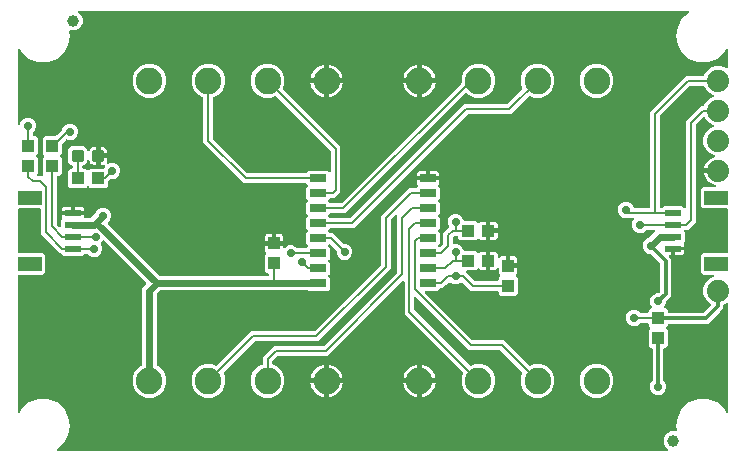
<source format=gtl>
G04 EAGLE Gerber RS-274X export*
G75*
%MOMM*%
%FSLAX34Y34*%
%LPD*%
%INTop Copper*%
%IPPOS*%
%AMOC8*
5,1,8,0,0,1.08239X$1,22.5*%
G01*
%ADD10C,1.000000*%
%ADD11R,2.000000X1.200000*%
%ADD12R,1.350000X0.600000*%
%ADD13R,1.000000X1.100000*%
%ADD14R,1.397000X0.647700*%
%ADD15R,1.100000X1.000000*%
%ADD16C,2.250000*%
%ADD17C,0.300000*%
%ADD18C,1.879600*%
%ADD19C,0.736600*%
%ADD20C,0.609600*%
%ADD21C,0.304800*%
%ADD22C,0.203200*%

G36*
X553631Y4069D02*
X553631Y4069D01*
X553660Y4066D01*
X553771Y4089D01*
X553883Y4105D01*
X553910Y4117D01*
X553939Y4122D01*
X554039Y4175D01*
X554143Y4221D01*
X554165Y4240D01*
X554191Y4253D01*
X554273Y4331D01*
X554360Y4404D01*
X554376Y4429D01*
X554397Y4449D01*
X554454Y4547D01*
X554517Y4641D01*
X554526Y4669D01*
X554541Y4694D01*
X554569Y4804D01*
X554603Y4912D01*
X554604Y4942D01*
X554611Y4970D01*
X554607Y5083D01*
X554610Y5196D01*
X554603Y5225D01*
X554602Y5254D01*
X554567Y5362D01*
X554538Y5471D01*
X554523Y5497D01*
X554514Y5525D01*
X554469Y5588D01*
X554393Y5716D01*
X554348Y5759D01*
X554320Y5798D01*
X551977Y8141D01*
X550751Y11099D01*
X550751Y14301D01*
X551977Y17259D01*
X554241Y19523D01*
X557199Y20749D01*
X560401Y20749D01*
X560486Y20713D01*
X560545Y20698D01*
X560601Y20674D01*
X560682Y20663D01*
X560761Y20643D01*
X560822Y20644D01*
X560883Y20636D01*
X560964Y20648D01*
X561046Y20651D01*
X561104Y20669D01*
X561164Y20678D01*
X561239Y20712D01*
X561316Y20737D01*
X561367Y20771D01*
X561423Y20797D01*
X561485Y20850D01*
X561552Y20896D01*
X561592Y20942D01*
X561638Y20982D01*
X561683Y21051D01*
X561735Y21113D01*
X561760Y21169D01*
X561794Y21220D01*
X561818Y21298D01*
X561851Y21373D01*
X561859Y21434D01*
X561877Y21492D01*
X561877Y21559D01*
X561890Y21655D01*
X561875Y21757D01*
X561874Y21828D01*
X561245Y25400D01*
X562629Y33251D01*
X566615Y40155D01*
X572722Y45280D01*
X580214Y48007D01*
X588186Y48007D01*
X595678Y45280D01*
X601785Y40156D01*
X603641Y36941D01*
X603653Y36926D01*
X603661Y36908D01*
X603740Y36814D01*
X603816Y36717D01*
X603832Y36706D01*
X603845Y36691D01*
X603947Y36623D01*
X604046Y36551D01*
X604065Y36544D01*
X604081Y36533D01*
X604198Y36496D01*
X604314Y36454D01*
X604334Y36453D01*
X604352Y36447D01*
X604475Y36444D01*
X604598Y36436D01*
X604617Y36441D01*
X604636Y36440D01*
X604755Y36471D01*
X604875Y36498D01*
X604893Y36507D01*
X604911Y36512D01*
X605017Y36574D01*
X605125Y36633D01*
X605139Y36647D01*
X605156Y36657D01*
X605240Y36747D01*
X605327Y36833D01*
X605337Y36850D01*
X605350Y36864D01*
X605406Y36974D01*
X605466Y37081D01*
X605471Y37100D01*
X605480Y37118D01*
X605492Y37190D01*
X605531Y37358D01*
X605529Y37409D01*
X605535Y37449D01*
X605535Y128285D01*
X605519Y128399D01*
X605509Y128513D01*
X605499Y128539D01*
X605495Y128567D01*
X605449Y128671D01*
X605407Y128779D01*
X605391Y128801D01*
X605379Y128826D01*
X605305Y128914D01*
X605236Y129005D01*
X605213Y129022D01*
X605196Y129043D01*
X605100Y129107D01*
X605008Y129175D01*
X604982Y129185D01*
X604959Y129201D01*
X604849Y129235D01*
X604742Y129276D01*
X604714Y129278D01*
X604688Y129286D01*
X604573Y129289D01*
X604459Y129299D01*
X604434Y129293D01*
X604404Y129294D01*
X604147Y129227D01*
X604131Y129223D01*
X602099Y128381D01*
X602098Y128381D01*
X602097Y128380D01*
X601978Y128310D01*
X601855Y128237D01*
X601854Y128236D01*
X601852Y128235D01*
X601755Y128131D01*
X601659Y128030D01*
X601659Y128029D01*
X601658Y128028D01*
X601593Y127902D01*
X601529Y127778D01*
X601529Y127776D01*
X601528Y127775D01*
X601526Y127760D01*
X601474Y127499D01*
X601477Y127468D01*
X601473Y127443D01*
X601473Y124716D01*
X598497Y121740D01*
X591610Y114853D01*
X588634Y111877D01*
X555164Y111877D01*
X555106Y111869D01*
X555048Y111871D01*
X554966Y111849D01*
X554882Y111837D01*
X554829Y111814D01*
X554773Y111799D01*
X554700Y111756D01*
X554623Y111721D01*
X554578Y111683D01*
X554528Y111654D01*
X554470Y111592D01*
X554406Y111538D01*
X554374Y111489D01*
X554334Y111446D01*
X554295Y111371D01*
X554248Y111301D01*
X554231Y111245D01*
X554204Y111193D01*
X554193Y111125D01*
X554163Y111030D01*
X554160Y110930D01*
X554149Y110862D01*
X554149Y109687D01*
X553129Y108668D01*
X553094Y108621D01*
X553052Y108581D01*
X553009Y108508D01*
X552959Y108441D01*
X552938Y108386D01*
X552908Y108336D01*
X552887Y108254D01*
X552857Y108175D01*
X552852Y108117D01*
X552838Y108060D01*
X552841Y107976D01*
X552834Y107892D01*
X552845Y107834D01*
X552847Y107776D01*
X552873Y107696D01*
X552890Y107613D01*
X552917Y107561D01*
X552935Y107505D01*
X552975Y107449D01*
X553021Y107361D01*
X553089Y107288D01*
X553129Y107232D01*
X554149Y106213D01*
X554149Y92687D01*
X552363Y90901D01*
X551688Y90901D01*
X551630Y90893D01*
X551572Y90895D01*
X551490Y90873D01*
X551406Y90861D01*
X551353Y90838D01*
X551297Y90823D01*
X551224Y90780D01*
X551147Y90745D01*
X551102Y90707D01*
X551052Y90678D01*
X550994Y90616D01*
X550930Y90562D01*
X550898Y90513D01*
X550858Y90470D01*
X550819Y90395D01*
X550772Y90325D01*
X550755Y90269D01*
X550728Y90217D01*
X550717Y90149D01*
X550687Y90054D01*
X550684Y89954D01*
X550673Y89886D01*
X550673Y63788D01*
X550685Y63701D01*
X550688Y63614D01*
X550705Y63561D01*
X550713Y63506D01*
X550748Y63427D01*
X550775Y63343D01*
X550803Y63304D01*
X550829Y63247D01*
X550925Y63134D01*
X550970Y63070D01*
X551807Y62233D01*
X552832Y59759D01*
X552832Y57081D01*
X551807Y54607D01*
X549913Y52713D01*
X547439Y51688D01*
X544761Y51688D01*
X542287Y52713D01*
X540393Y54607D01*
X539368Y57081D01*
X539368Y59759D01*
X540393Y62233D01*
X541230Y63070D01*
X541282Y63140D01*
X541342Y63204D01*
X541368Y63253D01*
X541401Y63297D01*
X541432Y63379D01*
X541472Y63457D01*
X541480Y63504D01*
X541502Y63563D01*
X541514Y63711D01*
X541527Y63788D01*
X541527Y89886D01*
X541519Y89944D01*
X541521Y90002D01*
X541499Y90084D01*
X541487Y90168D01*
X541464Y90221D01*
X541449Y90277D01*
X541406Y90350D01*
X541371Y90427D01*
X541333Y90472D01*
X541304Y90522D01*
X541242Y90580D01*
X541188Y90644D01*
X541139Y90676D01*
X541096Y90716D01*
X541021Y90755D01*
X540951Y90802D01*
X540895Y90819D01*
X540843Y90846D01*
X540775Y90857D01*
X540680Y90887D01*
X540580Y90890D01*
X540512Y90901D01*
X539837Y90901D01*
X538051Y92687D01*
X538051Y106213D01*
X539071Y107232D01*
X539106Y107279D01*
X539148Y107319D01*
X539191Y107392D01*
X539241Y107459D01*
X539262Y107514D01*
X539292Y107564D01*
X539313Y107646D01*
X539343Y107725D01*
X539348Y107783D01*
X539362Y107840D01*
X539359Y107924D01*
X539366Y108008D01*
X539355Y108066D01*
X539353Y108124D01*
X539327Y108204D01*
X539310Y108287D01*
X539283Y108339D01*
X539265Y108395D01*
X539225Y108451D01*
X539179Y108539D01*
X539111Y108612D01*
X539071Y108668D01*
X538051Y109687D01*
X538051Y111760D01*
X538043Y111818D01*
X538045Y111876D01*
X538023Y111958D01*
X538011Y112042D01*
X537988Y112095D01*
X537973Y112151D01*
X537930Y112224D01*
X537895Y112301D01*
X537857Y112346D01*
X537828Y112396D01*
X537766Y112454D01*
X537712Y112518D01*
X537663Y112550D01*
X537620Y112590D01*
X537545Y112629D01*
X537475Y112676D01*
X537419Y112693D01*
X537367Y112720D01*
X537299Y112731D01*
X537204Y112761D01*
X537104Y112764D01*
X537036Y112775D01*
X531656Y112775D01*
X531569Y112763D01*
X531482Y112760D01*
X531429Y112743D01*
X531374Y112735D01*
X531295Y112700D01*
X531211Y112673D01*
X531172Y112645D01*
X531115Y112619D01*
X531002Y112523D01*
X530938Y112478D01*
X529593Y111133D01*
X527119Y110108D01*
X524441Y110108D01*
X521967Y111133D01*
X520073Y113027D01*
X519048Y115501D01*
X519048Y118179D01*
X520073Y120653D01*
X521967Y122547D01*
X524441Y123572D01*
X527119Y123572D01*
X529593Y122547D01*
X530938Y121202D01*
X531008Y121150D01*
X531072Y121090D01*
X531121Y121064D01*
X531165Y121031D01*
X531247Y121000D01*
X531325Y120960D01*
X531372Y120952D01*
X531431Y120930D01*
X531579Y120918D01*
X531656Y120905D01*
X537036Y120905D01*
X537094Y120913D01*
X537152Y120911D01*
X537234Y120933D01*
X537318Y120945D01*
X537371Y120968D01*
X537427Y120983D01*
X537500Y121026D01*
X537577Y121061D01*
X537622Y121099D01*
X537672Y121128D01*
X537730Y121190D01*
X537794Y121244D01*
X537826Y121293D01*
X537866Y121336D01*
X537905Y121411D01*
X537952Y121481D01*
X537969Y121537D01*
X537996Y121589D01*
X538007Y121657D01*
X538037Y121752D01*
X538040Y121852D01*
X538051Y121920D01*
X538051Y123213D01*
X539837Y124999D01*
X539940Y124999D01*
X539969Y125003D01*
X539998Y125000D01*
X540109Y125023D01*
X540222Y125039D01*
X540248Y125051D01*
X540277Y125056D01*
X540378Y125108D01*
X540481Y125155D01*
X540503Y125174D01*
X540529Y125187D01*
X540612Y125265D01*
X540698Y125338D01*
X540714Y125363D01*
X540736Y125383D01*
X540793Y125481D01*
X540856Y125575D01*
X540864Y125603D01*
X540879Y125628D01*
X540907Y125738D01*
X540941Y125846D01*
X540942Y125875D01*
X540949Y125904D01*
X540946Y126017D01*
X540949Y126130D01*
X540941Y126159D01*
X540940Y126188D01*
X540905Y126296D01*
X540877Y126405D01*
X540862Y126431D01*
X540853Y126459D01*
X540807Y126523D01*
X540732Y126650D01*
X540686Y126693D01*
X540658Y126732D01*
X540393Y126997D01*
X539368Y129471D01*
X539368Y132149D01*
X540393Y134623D01*
X542287Y136517D01*
X544761Y137542D01*
X545944Y137542D01*
X546031Y137554D01*
X546118Y137557D01*
X546171Y137574D01*
X546226Y137582D01*
X546306Y137617D01*
X546389Y137644D01*
X546428Y137672D01*
X546485Y137698D01*
X546599Y137794D01*
X546662Y137839D01*
X547580Y138757D01*
X547632Y138827D01*
X547692Y138890D01*
X547718Y138940D01*
X547751Y138984D01*
X547782Y139066D01*
X547822Y139144D01*
X547830Y139191D01*
X547852Y139250D01*
X547864Y139397D01*
X547877Y139475D01*
X547877Y162785D01*
X547865Y162872D01*
X547862Y162959D01*
X547845Y163012D01*
X547837Y163067D01*
X547802Y163147D01*
X547775Y163230D01*
X547747Y163269D01*
X547721Y163326D01*
X547625Y163440D01*
X547580Y163503D01*
X540312Y170771D01*
X540242Y170823D01*
X540179Y170883D01*
X540129Y170909D01*
X540085Y170942D01*
X540003Y170973D01*
X539925Y171013D01*
X539878Y171021D01*
X539819Y171043D01*
X539672Y171055D01*
X539594Y171068D01*
X538411Y171068D01*
X535937Y172093D01*
X534043Y173987D01*
X533018Y176461D01*
X533018Y179139D01*
X534043Y181613D01*
X535937Y183507D01*
X537283Y184065D01*
X537310Y184080D01*
X537339Y184090D01*
X537403Y184135D01*
X537528Y184209D01*
X537572Y184256D01*
X537613Y184285D01*
X543030Y189702D01*
X543048Y189726D01*
X543070Y189745D01*
X543133Y189839D01*
X543201Y189929D01*
X543211Y189957D01*
X543228Y189981D01*
X543262Y190089D01*
X543302Y190195D01*
X543305Y190224D01*
X543313Y190252D01*
X543316Y190366D01*
X543326Y190478D01*
X543320Y190507D01*
X543321Y190536D01*
X543292Y190646D01*
X543270Y190757D01*
X543256Y190783D01*
X543249Y190811D01*
X543191Y190909D01*
X543139Y191009D01*
X543119Y191031D01*
X543104Y191056D01*
X543021Y191133D01*
X542943Y191215D01*
X542918Y191230D01*
X542896Y191250D01*
X542796Y191302D01*
X542698Y191359D01*
X542669Y191366D01*
X542643Y191380D01*
X542566Y191393D01*
X542422Y191429D01*
X542360Y191427D01*
X542312Y191435D01*
X536656Y191435D01*
X536569Y191423D01*
X536482Y191420D01*
X536429Y191403D01*
X536374Y191395D01*
X536295Y191360D01*
X536211Y191333D01*
X536172Y191305D01*
X536115Y191279D01*
X536002Y191183D01*
X535938Y191138D01*
X534673Y189873D01*
X532199Y188848D01*
X529521Y188848D01*
X527047Y189873D01*
X525153Y191767D01*
X524128Y194241D01*
X524128Y196919D01*
X525153Y199393D01*
X525462Y199702D01*
X525480Y199726D01*
X525502Y199745D01*
X525565Y199839D01*
X525633Y199929D01*
X525643Y199957D01*
X525660Y199981D01*
X525694Y200089D01*
X525734Y200195D01*
X525737Y200224D01*
X525745Y200252D01*
X525748Y200365D01*
X525758Y200478D01*
X525752Y200507D01*
X525753Y200536D01*
X525724Y200646D01*
X525702Y200757D01*
X525688Y200783D01*
X525681Y200811D01*
X525623Y200909D01*
X525571Y201009D01*
X525551Y201031D01*
X525536Y201056D01*
X525453Y201133D01*
X525375Y201215D01*
X525350Y201230D01*
X525328Y201250D01*
X525227Y201302D01*
X525130Y201359D01*
X525101Y201366D01*
X525075Y201380D01*
X524998Y201393D01*
X524854Y201429D01*
X524792Y201427D01*
X524744Y201435D01*
X519968Y201435D01*
X519922Y201453D01*
X519844Y201493D01*
X519796Y201501D01*
X519738Y201523D01*
X519590Y201535D01*
X519513Y201548D01*
X517611Y201548D01*
X515137Y202573D01*
X513243Y204467D01*
X512218Y206941D01*
X512218Y209619D01*
X513243Y212093D01*
X515137Y213987D01*
X517611Y215012D01*
X520289Y215012D01*
X522763Y213987D01*
X524657Y212093D01*
X525445Y210191D01*
X525445Y210190D01*
X525446Y210189D01*
X525519Y210066D01*
X525589Y209947D01*
X525590Y209946D01*
X525591Y209944D01*
X525695Y209847D01*
X525796Y209751D01*
X525797Y209751D01*
X525798Y209750D01*
X525924Y209685D01*
X526049Y209621D01*
X526050Y209621D01*
X526052Y209620D01*
X526066Y209618D01*
X526327Y209566D01*
X526358Y209569D01*
X526383Y209565D01*
X538480Y209565D01*
X538538Y209573D01*
X538596Y209571D01*
X538678Y209593D01*
X538762Y209605D01*
X538815Y209628D01*
X538871Y209643D01*
X538944Y209686D01*
X539021Y209721D01*
X539066Y209759D01*
X539116Y209788D01*
X539174Y209850D01*
X539238Y209904D01*
X539270Y209953D01*
X539310Y209996D01*
X539349Y210071D01*
X539396Y210141D01*
X539413Y210197D01*
X539440Y210249D01*
X539451Y210317D01*
X539481Y210412D01*
X539484Y210512D01*
X539495Y210580D01*
X539495Y291244D01*
X569816Y321565D01*
X584433Y321565D01*
X584435Y321565D01*
X584436Y321565D01*
X584576Y321585D01*
X584715Y321605D01*
X584716Y321605D01*
X584718Y321605D01*
X584843Y321662D01*
X584974Y321721D01*
X584975Y321722D01*
X584977Y321723D01*
X585084Y321814D01*
X585191Y321904D01*
X585192Y321906D01*
X585193Y321907D01*
X585201Y321920D01*
X585349Y322141D01*
X585358Y322170D01*
X585371Y322191D01*
X586348Y324551D01*
X589849Y328052D01*
X594424Y329947D01*
X599376Y329947D01*
X604131Y327977D01*
X604243Y327948D01*
X604352Y327914D01*
X604380Y327913D01*
X604407Y327906D01*
X604521Y327909D01*
X604636Y327906D01*
X604663Y327913D01*
X604691Y327914D01*
X604800Y327949D01*
X604911Y327978D01*
X604935Y327992D01*
X604962Y328001D01*
X605057Y328065D01*
X605156Y328123D01*
X605175Y328144D01*
X605198Y328159D01*
X605272Y328247D01*
X605350Y328331D01*
X605363Y328355D01*
X605381Y328377D01*
X605427Y328481D01*
X605480Y328584D01*
X605484Y328608D01*
X605496Y328636D01*
X605511Y328746D01*
X605521Y328777D01*
X605523Y328826D01*
X605533Y328900D01*
X605535Y328915D01*
X605535Y343551D01*
X605533Y343571D01*
X605535Y343590D01*
X605513Y343711D01*
X605495Y343833D01*
X605487Y343851D01*
X605484Y343870D01*
X605429Y343980D01*
X605379Y344092D01*
X605367Y344107D01*
X605358Y344125D01*
X605275Y344216D01*
X605196Y344309D01*
X605179Y344320D01*
X605166Y344335D01*
X605061Y344399D01*
X604959Y344467D01*
X604940Y344473D01*
X604924Y344483D01*
X604805Y344516D01*
X604688Y344553D01*
X604668Y344553D01*
X604649Y344558D01*
X604527Y344557D01*
X604404Y344560D01*
X604385Y344555D01*
X604365Y344555D01*
X604247Y344519D01*
X604129Y344488D01*
X604112Y344478D01*
X604093Y344472D01*
X603990Y344406D01*
X603884Y344343D01*
X603871Y344329D01*
X603854Y344318D01*
X603808Y344261D01*
X603690Y344136D01*
X603666Y344090D01*
X603641Y344059D01*
X601785Y340844D01*
X595678Y335720D01*
X588186Y332993D01*
X580214Y332993D01*
X572722Y335720D01*
X566615Y340844D01*
X562629Y347749D01*
X561245Y355600D01*
X562629Y363451D01*
X566615Y370355D01*
X572320Y375142D01*
X572369Y375197D01*
X572425Y375245D01*
X572464Y375302D01*
X572510Y375354D01*
X572542Y375420D01*
X572583Y375481D01*
X572604Y375547D01*
X572634Y375610D01*
X572646Y375682D01*
X572668Y375752D01*
X572670Y375821D01*
X572682Y375890D01*
X572674Y375963D01*
X572676Y376036D01*
X572658Y376103D01*
X572651Y376172D01*
X572623Y376240D01*
X572604Y376311D01*
X572569Y376371D01*
X572542Y376435D01*
X572496Y376493D01*
X572459Y376556D01*
X572408Y376603D01*
X572365Y376657D01*
X572305Y376700D01*
X572251Y376750D01*
X572190Y376782D01*
X572133Y376822D01*
X572064Y376846D01*
X571998Y376880D01*
X571940Y376890D01*
X571865Y376916D01*
X571743Y376923D01*
X571667Y376935D01*
X55998Y376935D01*
X55969Y376931D01*
X55940Y376934D01*
X55829Y376911D01*
X55717Y376895D01*
X55690Y376883D01*
X55661Y376878D01*
X55561Y376825D01*
X55457Y376779D01*
X55435Y376760D01*
X55409Y376747D01*
X55327Y376669D01*
X55240Y376596D01*
X55224Y376571D01*
X55203Y376551D01*
X55146Y376453D01*
X55083Y376359D01*
X55074Y376331D01*
X55059Y376306D01*
X55031Y376196D01*
X54997Y376088D01*
X54996Y376058D01*
X54989Y376030D01*
X54993Y375917D01*
X54990Y375804D01*
X54997Y375775D01*
X54998Y375746D01*
X55033Y375638D01*
X55062Y375529D01*
X55077Y375503D01*
X55086Y375475D01*
X55131Y375412D01*
X55207Y375284D01*
X55252Y375241D01*
X55280Y375202D01*
X57623Y372859D01*
X58849Y369901D01*
X58849Y366699D01*
X57623Y363741D01*
X55359Y361477D01*
X52401Y360251D01*
X49199Y360251D01*
X49114Y360287D01*
X49055Y360302D01*
X48999Y360326D01*
X48918Y360337D01*
X48839Y360357D01*
X48778Y360356D01*
X48717Y360364D01*
X48636Y360352D01*
X48554Y360349D01*
X48496Y360331D01*
X48436Y360322D01*
X48361Y360288D01*
X48284Y360263D01*
X48233Y360229D01*
X48177Y360203D01*
X48115Y360150D01*
X48048Y360104D01*
X48008Y360058D01*
X47962Y360018D01*
X47917Y359949D01*
X47865Y359887D01*
X47840Y359831D01*
X47806Y359780D01*
X47782Y359702D01*
X47749Y359627D01*
X47741Y359566D01*
X47723Y359508D01*
X47723Y359441D01*
X47710Y359345D01*
X47725Y359243D01*
X47726Y359172D01*
X48355Y355600D01*
X46971Y347749D01*
X42985Y340845D01*
X36878Y335720D01*
X29386Y332993D01*
X21414Y332993D01*
X13922Y335720D01*
X7815Y340844D01*
X5959Y344059D01*
X5947Y344074D01*
X5939Y344092D01*
X5860Y344186D01*
X5784Y344283D01*
X5768Y344294D01*
X5755Y344309D01*
X5653Y344378D01*
X5554Y344449D01*
X5535Y344456D01*
X5519Y344467D01*
X5401Y344504D01*
X5286Y344546D01*
X5266Y344547D01*
X5248Y344553D01*
X5125Y344556D01*
X5002Y344564D01*
X4983Y344559D01*
X4964Y344560D01*
X4845Y344529D01*
X4725Y344502D01*
X4707Y344493D01*
X4689Y344488D01*
X4583Y344426D01*
X4475Y344367D01*
X4461Y344353D01*
X4444Y344343D01*
X4360Y344253D01*
X4273Y344167D01*
X4263Y344150D01*
X4250Y344136D01*
X4194Y344026D01*
X4134Y343919D01*
X4129Y343900D01*
X4120Y343882D01*
X4108Y343810D01*
X4069Y343642D01*
X4071Y343591D01*
X4065Y343551D01*
X4065Y281247D01*
X4077Y281162D01*
X4079Y281076D01*
X4097Y281022D01*
X4105Y280966D01*
X4140Y280888D01*
X4166Y280806D01*
X4198Y280758D01*
X4221Y280707D01*
X4276Y280641D01*
X4324Y280570D01*
X4368Y280533D01*
X4404Y280490D01*
X4476Y280442D01*
X4542Y280387D01*
X4594Y280363D01*
X4641Y280332D01*
X4723Y280306D01*
X4802Y280271D01*
X4858Y280263D01*
X4912Y280246D01*
X4998Y280244D01*
X5083Y280232D01*
X5139Y280240D01*
X5196Y280239D01*
X5279Y280261D01*
X5364Y280273D01*
X5416Y280296D01*
X5471Y280311D01*
X5545Y280355D01*
X5624Y280390D01*
X5667Y280427D01*
X5716Y280456D01*
X5775Y280519D01*
X5840Y280574D01*
X5866Y280616D01*
X5910Y280663D01*
X5976Y280792D01*
X6018Y280859D01*
X6993Y283213D01*
X8887Y285107D01*
X11361Y286132D01*
X14039Y286132D01*
X16513Y285107D01*
X18407Y283213D01*
X19432Y280739D01*
X19432Y278061D01*
X18407Y275587D01*
X17062Y274242D01*
X17010Y274172D01*
X16950Y274108D01*
X16924Y274059D01*
X16891Y274015D01*
X16860Y273933D01*
X16820Y273855D01*
X16812Y273808D01*
X16790Y273749D01*
X16778Y273601D01*
X16765Y273524D01*
X16765Y272064D01*
X16772Y272010D01*
X16771Y271974D01*
X16772Y271972D01*
X16771Y271948D01*
X16793Y271866D01*
X16805Y271782D01*
X16828Y271729D01*
X16843Y271673D01*
X16886Y271600D01*
X16921Y271523D01*
X16959Y271478D01*
X16988Y271428D01*
X17050Y271370D01*
X17104Y271306D01*
X17153Y271274D01*
X17196Y271234D01*
X17271Y271195D01*
X17341Y271148D01*
X17397Y271131D01*
X17449Y271104D01*
X17517Y271093D01*
X17612Y271063D01*
X17712Y271060D01*
X17780Y271049D01*
X18963Y271049D01*
X20749Y269263D01*
X20749Y255737D01*
X19729Y254718D01*
X19694Y254671D01*
X19652Y254631D01*
X19609Y254558D01*
X19559Y254491D01*
X19538Y254436D01*
X19508Y254386D01*
X19487Y254304D01*
X19457Y254225D01*
X19452Y254167D01*
X19438Y254110D01*
X19441Y254026D01*
X19434Y253942D01*
X19445Y253884D01*
X19447Y253826D01*
X19473Y253746D01*
X19490Y253663D01*
X19517Y253611D01*
X19535Y253555D01*
X19575Y253499D01*
X19621Y253411D01*
X19689Y253338D01*
X19729Y253282D01*
X20749Y252263D01*
X20749Y238737D01*
X20219Y238208D01*
X20202Y238184D01*
X20179Y238165D01*
X20117Y238071D01*
X20049Y237981D01*
X20038Y237953D01*
X20022Y237929D01*
X19988Y237821D01*
X19947Y237715D01*
X19945Y237686D01*
X19936Y237658D01*
X19933Y237544D01*
X19924Y237432D01*
X19929Y237403D01*
X19929Y237374D01*
X19957Y237264D01*
X19980Y237153D01*
X19993Y237127D01*
X20001Y237099D01*
X20058Y237001D01*
X20111Y236901D01*
X20131Y236879D01*
X20146Y236854D01*
X20228Y236777D01*
X20306Y236695D01*
X20332Y236680D01*
X20353Y236660D01*
X20454Y236608D01*
X20552Y236551D01*
X20580Y236544D01*
X20606Y236530D01*
X20684Y236517D01*
X20827Y236481D01*
X20890Y236483D01*
X20937Y236475D01*
X24783Y236475D01*
X24812Y236479D01*
X24841Y236476D01*
X24952Y236499D01*
X25064Y236515D01*
X25091Y236527D01*
X25120Y236532D01*
X25220Y236585D01*
X25324Y236631D01*
X25346Y236650D01*
X25372Y236663D01*
X25454Y236741D01*
X25541Y236814D01*
X25557Y236839D01*
X25578Y236859D01*
X25635Y236957D01*
X25698Y237051D01*
X25707Y237079D01*
X25722Y237104D01*
X25750Y237214D01*
X25784Y237322D01*
X25785Y237352D01*
X25792Y237380D01*
X25788Y237493D01*
X25791Y237606D01*
X25784Y237635D01*
X25783Y237664D01*
X25748Y237772D01*
X25719Y237881D01*
X25705Y237907D01*
X25695Y237935D01*
X25650Y237999D01*
X25574Y238126D01*
X25529Y238169D01*
X25501Y238208D01*
X24971Y238737D01*
X24971Y252263D01*
X25991Y253282D01*
X26026Y253329D01*
X26068Y253369D01*
X26111Y253442D01*
X26161Y253509D01*
X26182Y253564D01*
X26212Y253614D01*
X26233Y253696D01*
X26263Y253775D01*
X26268Y253833D01*
X26282Y253890D01*
X26279Y253974D01*
X26286Y254058D01*
X26275Y254116D01*
X26273Y254174D01*
X26247Y254254D01*
X26230Y254337D01*
X26203Y254389D01*
X26185Y254445D01*
X26145Y254501D01*
X26099Y254589D01*
X26031Y254662D01*
X25991Y254718D01*
X24971Y255737D01*
X24971Y269263D01*
X26757Y271049D01*
X36280Y271049D01*
X36366Y271061D01*
X36454Y271064D01*
X36506Y271081D01*
X36561Y271089D01*
X36641Y271124D01*
X36724Y271151D01*
X36764Y271179D01*
X36821Y271205D01*
X36934Y271301D01*
X36998Y271346D01*
X41358Y275706D01*
X41539Y275888D01*
X41558Y275912D01*
X41581Y275932D01*
X41623Y275999D01*
X41710Y276115D01*
X41733Y276175D01*
X41759Y276217D01*
X42553Y278133D01*
X44447Y280027D01*
X46921Y281052D01*
X49599Y281052D01*
X52073Y280027D01*
X53967Y278133D01*
X54992Y275659D01*
X54992Y272981D01*
X53967Y270507D01*
X52073Y268613D01*
X49599Y267588D01*
X46921Y267588D01*
X46003Y267968D01*
X46002Y267969D01*
X46000Y267970D01*
X45986Y267973D01*
X45984Y267974D01*
X45978Y267975D01*
X45867Y268003D01*
X45728Y268039D01*
X45726Y268039D01*
X45725Y268040D01*
X45584Y268035D01*
X45444Y268031D01*
X45442Y268031D01*
X45441Y268031D01*
X45306Y267987D01*
X45173Y267945D01*
X45172Y267944D01*
X45170Y267943D01*
X45158Y267934D01*
X45086Y267886D01*
X45058Y267874D01*
X45022Y267843D01*
X44937Y267786D01*
X44917Y267763D01*
X44897Y267748D01*
X41366Y264218D01*
X41314Y264148D01*
X41254Y264084D01*
X41228Y264035D01*
X41195Y263990D01*
X41164Y263909D01*
X41124Y263831D01*
X41116Y263783D01*
X41094Y263725D01*
X41082Y263577D01*
X41069Y263500D01*
X41069Y255737D01*
X40049Y254718D01*
X40014Y254671D01*
X39972Y254631D01*
X39929Y254558D01*
X39879Y254491D01*
X39858Y254436D01*
X39828Y254386D01*
X39807Y254304D01*
X39777Y254225D01*
X39772Y254167D01*
X39758Y254110D01*
X39761Y254026D01*
X39754Y253942D01*
X39765Y253884D01*
X39767Y253826D01*
X39793Y253746D01*
X39810Y253663D01*
X39837Y253611D01*
X39855Y253555D01*
X39895Y253499D01*
X39941Y253411D01*
X40009Y253338D01*
X40049Y253282D01*
X41069Y252263D01*
X41069Y238737D01*
X39283Y236951D01*
X38100Y236951D01*
X38042Y236943D01*
X37984Y236945D01*
X37902Y236923D01*
X37818Y236911D01*
X37765Y236888D01*
X37709Y236873D01*
X37636Y236830D01*
X37559Y236795D01*
X37514Y236757D01*
X37464Y236728D01*
X37406Y236666D01*
X37342Y236612D01*
X37310Y236563D01*
X37270Y236520D01*
X37231Y236445D01*
X37184Y236375D01*
X37167Y236319D01*
X37140Y236267D01*
X37129Y236199D01*
X37099Y236104D01*
X37096Y236004D01*
X37085Y235936D01*
X37085Y196414D01*
X37097Y196328D01*
X37100Y196240D01*
X37117Y196188D01*
X37125Y196133D01*
X37160Y196053D01*
X37187Y195970D01*
X37215Y195930D01*
X37241Y195873D01*
X37337Y195760D01*
X37382Y195696D01*
X39268Y193810D01*
X39292Y193793D01*
X39311Y193770D01*
X39405Y193707D01*
X39495Y193639D01*
X39523Y193629D01*
X39547Y193613D01*
X39655Y193578D01*
X39761Y193538D01*
X39790Y193536D01*
X39818Y193527D01*
X39932Y193524D01*
X40044Y193515D01*
X40073Y193520D01*
X40102Y193520D01*
X40212Y193548D01*
X40323Y193570D01*
X40349Y193584D01*
X40377Y193591D01*
X40475Y193649D01*
X40575Y193701D01*
X40597Y193722D01*
X40622Y193737D01*
X40699Y193819D01*
X40781Y193897D01*
X40796Y193923D01*
X40816Y193944D01*
X40868Y194045D01*
X40925Y194143D01*
X40932Y194171D01*
X40946Y194197D01*
X40959Y194274D01*
X40995Y194418D01*
X40993Y194481D01*
X41001Y194528D01*
X41001Y199763D01*
X41525Y200287D01*
X41566Y200341D01*
X41615Y200389D01*
X41651Y200454D01*
X41696Y200514D01*
X41720Y200578D01*
X41754Y200637D01*
X41771Y200710D01*
X41797Y200780D01*
X41803Y200848D01*
X41818Y200914D01*
X41815Y200988D01*
X41821Y201063D01*
X41807Y201130D01*
X41804Y201198D01*
X41782Y201257D01*
X41765Y201342D01*
X41740Y201391D01*
X41733Y201415D01*
X41705Y201461D01*
X41686Y201512D01*
X41682Y201519D01*
X41509Y202166D01*
X41509Y204001D01*
X50316Y204001D01*
X50374Y204009D01*
X50432Y204007D01*
X50514Y204029D01*
X50597Y204041D01*
X50651Y204064D01*
X50707Y204079D01*
X50780Y204122D01*
X50799Y204131D01*
X50845Y204100D01*
X50901Y204083D01*
X50953Y204056D01*
X51021Y204045D01*
X51116Y204015D01*
X51216Y204012D01*
X51284Y204001D01*
X60091Y204001D01*
X60091Y202612D01*
X60099Y202554D01*
X60097Y202496D01*
X60119Y202414D01*
X60131Y202330D01*
X60154Y202277D01*
X60169Y202221D01*
X60212Y202148D01*
X60247Y202071D01*
X60285Y202026D01*
X60314Y201976D01*
X60376Y201918D01*
X60430Y201854D01*
X60479Y201822D01*
X60522Y201782D01*
X60597Y201743D01*
X60667Y201696D01*
X60723Y201679D01*
X60775Y201652D01*
X60843Y201641D01*
X60938Y201611D01*
X61038Y201608D01*
X61106Y201597D01*
X65554Y201597D01*
X65641Y201609D01*
X65728Y201612D01*
X65781Y201629D01*
X65836Y201637D01*
X65915Y201672D01*
X65999Y201699D01*
X66038Y201727D01*
X66095Y201753D01*
X66208Y201849D01*
X66272Y201894D01*
X67174Y202796D01*
X69715Y205337D01*
X69734Y205362D01*
X69757Y205382D01*
X69799Y205449D01*
X69886Y205565D01*
X69909Y205625D01*
X69935Y205667D01*
X70493Y207013D01*
X72387Y208907D01*
X74861Y209932D01*
X77539Y209932D01*
X80013Y208907D01*
X81907Y207013D01*
X82932Y204539D01*
X82932Y201861D01*
X81907Y199387D01*
X80274Y197754D01*
X80239Y197707D01*
X80196Y197667D01*
X80154Y197594D01*
X80103Y197527D01*
X80082Y197472D01*
X80053Y197422D01*
X80032Y197340D01*
X80002Y197261D01*
X79997Y197203D01*
X79983Y197146D01*
X79985Y197062D01*
X79978Y196978D01*
X79990Y196920D01*
X79992Y196862D01*
X80018Y196782D01*
X80034Y196699D01*
X80061Y196647D01*
X80079Y196591D01*
X80119Y196535D01*
X80165Y196447D01*
X80234Y196374D01*
X80274Y196318D01*
X124148Y152444D01*
X124218Y152392D01*
X124282Y152332D01*
X124331Y152306D01*
X124375Y152273D01*
X124457Y152242D01*
X124535Y152202D01*
X124582Y152194D01*
X124641Y152172D01*
X124789Y152160D01*
X124866Y152147D01*
X215900Y152147D01*
X215958Y152155D01*
X216016Y152153D01*
X216098Y152175D01*
X216182Y152187D01*
X216235Y152210D01*
X216291Y152225D01*
X216364Y152268D01*
X216441Y152303D01*
X216486Y152341D01*
X216536Y152370D01*
X216594Y152432D01*
X216658Y152486D01*
X216690Y152535D01*
X216730Y152578D01*
X216769Y152653D01*
X216816Y152723D01*
X216833Y152779D01*
X216860Y152831D01*
X216871Y152899D01*
X216901Y152994D01*
X216904Y153094D01*
X216915Y153162D01*
X216915Y153386D01*
X216907Y153444D01*
X216909Y153502D01*
X216887Y153584D01*
X216875Y153668D01*
X216852Y153721D01*
X216837Y153777D01*
X216794Y153850D01*
X216759Y153927D01*
X216721Y153972D01*
X216692Y154022D01*
X216630Y154080D01*
X216576Y154144D01*
X216527Y154176D01*
X216484Y154216D01*
X216409Y154255D01*
X216339Y154302D01*
X216283Y154319D01*
X216231Y154346D01*
X216163Y154357D01*
X216068Y154387D01*
X215968Y154390D01*
X215900Y154401D01*
X214717Y154401D01*
X212931Y156187D01*
X212931Y169713D01*
X214310Y171091D01*
X214345Y171138D01*
X214387Y171178D01*
X214430Y171251D01*
X214481Y171318D01*
X214502Y171373D01*
X214531Y171424D01*
X214552Y171505D01*
X214582Y171584D01*
X214587Y171643D01*
X214601Y171699D01*
X214598Y171783D01*
X214605Y171867D01*
X214594Y171925D01*
X214592Y171983D01*
X214566Y172063D01*
X214550Y172146D01*
X214523Y172198D01*
X214505Y172254D01*
X214465Y172310D01*
X214419Y172399D01*
X214350Y172471D01*
X214310Y172527D01*
X213947Y172890D01*
X213612Y173469D01*
X213439Y174116D01*
X213439Y177919D01*
X219964Y177919D01*
X220022Y177927D01*
X220080Y177925D01*
X220162Y177947D01*
X220245Y177959D01*
X220299Y177983D01*
X220355Y177997D01*
X220428Y178040D01*
X220505Y178075D01*
X220549Y178113D01*
X220600Y178143D01*
X220657Y178204D01*
X220722Y178259D01*
X220754Y178307D01*
X220794Y178350D01*
X220833Y178425D01*
X220879Y178495D01*
X220897Y178551D01*
X220924Y178603D01*
X220935Y178671D01*
X220965Y178766D01*
X220968Y178866D01*
X220979Y178934D01*
X220979Y179951D01*
X220981Y179951D01*
X220981Y178934D01*
X220989Y178876D01*
X220988Y178818D01*
X221009Y178736D01*
X221021Y178653D01*
X221045Y178599D01*
X221059Y178543D01*
X221102Y178470D01*
X221137Y178393D01*
X221175Y178348D01*
X221205Y178298D01*
X221266Y178240D01*
X221321Y178176D01*
X221369Y178144D01*
X221412Y178104D01*
X221487Y178065D01*
X221557Y178019D01*
X221613Y178001D01*
X221665Y177974D01*
X221733Y177963D01*
X221828Y177933D01*
X221928Y177930D01*
X221996Y177919D01*
X228521Y177919D01*
X228521Y176992D01*
X228525Y176963D01*
X228522Y176934D01*
X228545Y176823D01*
X228561Y176710D01*
X228573Y176684D01*
X228578Y176655D01*
X228631Y176554D01*
X228677Y176451D01*
X228696Y176429D01*
X228709Y176403D01*
X228787Y176320D01*
X228860Y176234D01*
X228885Y176218D01*
X228905Y176196D01*
X229003Y176139D01*
X229097Y176076D01*
X229125Y176068D01*
X229150Y176053D01*
X229260Y176025D01*
X229368Y175991D01*
X229398Y175990D01*
X229426Y175983D01*
X229539Y175986D01*
X229652Y175983D01*
X229681Y175991D01*
X229710Y175992D01*
X229818Y176027D01*
X229927Y176055D01*
X229953Y176070D01*
X229981Y176079D01*
X230045Y176125D01*
X230172Y176200D01*
X230215Y176246D01*
X230254Y176274D01*
X231137Y177157D01*
X233611Y178182D01*
X236289Y178182D01*
X238763Y177157D01*
X240108Y175812D01*
X240178Y175760D01*
X240242Y175700D01*
X240291Y175674D01*
X240335Y175641D01*
X240417Y175610D01*
X240495Y175570D01*
X240542Y175562D01*
X240601Y175540D01*
X240749Y175528D01*
X240826Y175515D01*
X247409Y175515D01*
X247496Y175527D01*
X247583Y175530D01*
X247636Y175547D01*
X247691Y175555D01*
X247770Y175590D01*
X247854Y175617D01*
X247893Y175645D01*
X247950Y175671D01*
X248063Y175767D01*
X248127Y175812D01*
X249397Y177082D01*
X249432Y177129D01*
X249475Y177169D01*
X249517Y177242D01*
X249568Y177309D01*
X249589Y177364D01*
X249618Y177414D01*
X249639Y177496D01*
X249669Y177575D01*
X249674Y177633D01*
X249688Y177690D01*
X249686Y177774D01*
X249693Y177858D01*
X249681Y177916D01*
X249679Y177974D01*
X249653Y178054D01*
X249637Y178137D01*
X249610Y178189D01*
X249592Y178245D01*
X249552Y178301D01*
X249506Y178389D01*
X249437Y178462D01*
X249397Y178518D01*
X248266Y179649D01*
X248266Y188651D01*
X249397Y189782D01*
X249432Y189829D01*
X249475Y189869D01*
X249517Y189942D01*
X249568Y190009D01*
X249589Y190064D01*
X249618Y190114D01*
X249639Y190196D01*
X249669Y190275D01*
X249674Y190333D01*
X249688Y190390D01*
X249686Y190474D01*
X249693Y190558D01*
X249681Y190616D01*
X249679Y190674D01*
X249653Y190754D01*
X249637Y190837D01*
X249610Y190889D01*
X249592Y190945D01*
X249552Y191001D01*
X249506Y191089D01*
X249437Y191162D01*
X249397Y191218D01*
X248266Y192349D01*
X248266Y201351D01*
X249397Y202482D01*
X249432Y202529D01*
X249475Y202569D01*
X249517Y202642D01*
X249568Y202709D01*
X249589Y202764D01*
X249618Y202814D01*
X249639Y202896D01*
X249669Y202975D01*
X249674Y203033D01*
X249688Y203090D01*
X249686Y203174D01*
X249693Y203258D01*
X249681Y203316D01*
X249679Y203374D01*
X249653Y203454D01*
X249637Y203537D01*
X249610Y203589D01*
X249592Y203645D01*
X249552Y203701D01*
X249506Y203789D01*
X249437Y203862D01*
X249397Y203918D01*
X248266Y205049D01*
X248266Y214051D01*
X249397Y215182D01*
X249432Y215229D01*
X249475Y215269D01*
X249517Y215342D01*
X249568Y215409D01*
X249589Y215464D01*
X249618Y215514D01*
X249639Y215596D01*
X249669Y215675D01*
X249674Y215733D01*
X249688Y215790D01*
X249686Y215874D01*
X249693Y215958D01*
X249681Y216016D01*
X249679Y216074D01*
X249653Y216154D01*
X249637Y216237D01*
X249610Y216289D01*
X249592Y216345D01*
X249552Y216401D01*
X249506Y216489D01*
X249437Y216562D01*
X249397Y216618D01*
X248266Y217749D01*
X248266Y226751D01*
X249397Y227882D01*
X249432Y227929D01*
X249475Y227969D01*
X249517Y228042D01*
X249568Y228109D01*
X249589Y228164D01*
X249618Y228214D01*
X249639Y228296D01*
X249669Y228375D01*
X249674Y228433D01*
X249688Y228490D01*
X249686Y228574D01*
X249693Y228658D01*
X249681Y228716D01*
X249679Y228774D01*
X249653Y228854D01*
X249637Y228937D01*
X249610Y228989D01*
X249592Y229045D01*
X249552Y229101D01*
X249506Y229189D01*
X249437Y229262D01*
X249397Y229318D01*
X248127Y230588D01*
X248057Y230640D01*
X247993Y230700D01*
X247944Y230726D01*
X247900Y230759D01*
X247818Y230790D01*
X247740Y230830D01*
X247693Y230838D01*
X247634Y230860D01*
X247486Y230872D01*
X247409Y230885D01*
X195166Y230885D01*
X161035Y265016D01*
X161035Y303194D01*
X161035Y303196D01*
X161035Y303197D01*
X161015Y303337D01*
X160995Y303476D01*
X160995Y303477D01*
X160995Y303479D01*
X160938Y303603D01*
X160879Y303735D01*
X160878Y303736D01*
X160877Y303738D01*
X160787Y303844D01*
X160696Y303952D01*
X160694Y303953D01*
X160693Y303954D01*
X160680Y303962D01*
X160459Y304110D01*
X160430Y304119D01*
X160409Y304132D01*
X157400Y305378D01*
X153378Y309400D01*
X151201Y314656D01*
X151201Y320344D01*
X153378Y325600D01*
X157400Y329622D01*
X162656Y331799D01*
X168344Y331799D01*
X173600Y329622D01*
X177622Y325600D01*
X179799Y320344D01*
X179799Y314656D01*
X177622Y309400D01*
X173600Y305378D01*
X169791Y303801D01*
X169790Y303800D01*
X169789Y303800D01*
X169668Y303728D01*
X169547Y303656D01*
X169546Y303655D01*
X169544Y303654D01*
X169447Y303550D01*
X169351Y303450D01*
X169351Y303448D01*
X169350Y303447D01*
X169285Y303321D01*
X169221Y303197D01*
X169221Y303195D01*
X169220Y303194D01*
X169218Y303179D01*
X169166Y302918D01*
X169169Y302887D01*
X169165Y302863D01*
X169165Y268804D01*
X169177Y268718D01*
X169180Y268630D01*
X169197Y268578D01*
X169205Y268523D01*
X169240Y268443D01*
X169267Y268360D01*
X169295Y268320D01*
X169321Y268263D01*
X169417Y268150D01*
X169462Y268086D01*
X198236Y239312D01*
X198306Y239260D01*
X198370Y239200D01*
X198419Y239174D01*
X198464Y239141D01*
X198545Y239110D01*
X198623Y239070D01*
X198671Y239062D01*
X198729Y239040D01*
X198877Y239028D01*
X198954Y239015D01*
X247409Y239015D01*
X247496Y239027D01*
X247583Y239030D01*
X247636Y239047D01*
X247691Y239055D01*
X247770Y239090D01*
X247854Y239117D01*
X247893Y239145D01*
X247950Y239171D01*
X248063Y239267D01*
X248127Y239312D01*
X250052Y241237D01*
X266548Y241237D01*
X267252Y240533D01*
X267276Y240515D01*
X267295Y240493D01*
X267389Y240430D01*
X267479Y240362D01*
X267507Y240352D01*
X267531Y240335D01*
X267639Y240301D01*
X267745Y240261D01*
X267774Y240258D01*
X267802Y240250D01*
X267916Y240247D01*
X268028Y240237D01*
X268057Y240243D01*
X268086Y240242D01*
X268196Y240271D01*
X268307Y240293D01*
X268333Y240307D01*
X268361Y240314D01*
X268459Y240372D01*
X268559Y240424D01*
X268581Y240444D01*
X268606Y240459D01*
X268683Y240542D01*
X268765Y240620D01*
X268780Y240645D01*
X268800Y240667D01*
X268852Y240768D01*
X268909Y240865D01*
X268916Y240894D01*
X268930Y240920D01*
X268943Y240997D01*
X268979Y241141D01*
X268977Y241203D01*
X268985Y241251D01*
X268985Y257846D01*
X268973Y257932D01*
X268970Y258020D01*
X268953Y258072D01*
X268945Y258127D01*
X268910Y258207D01*
X268883Y258290D01*
X268855Y258330D01*
X268829Y258387D01*
X268749Y258482D01*
X268730Y258513D01*
X268712Y258530D01*
X268688Y258564D01*
X222859Y304393D01*
X222857Y304394D01*
X222856Y304395D01*
X222741Y304481D01*
X222632Y304564D01*
X222630Y304564D01*
X222629Y304565D01*
X222495Y304616D01*
X222366Y304665D01*
X222364Y304665D01*
X222363Y304666D01*
X222218Y304677D01*
X222083Y304689D01*
X222081Y304688D01*
X222079Y304688D01*
X222064Y304685D01*
X221804Y304633D01*
X221777Y304619D01*
X221752Y304613D01*
X218344Y303201D01*
X212656Y303201D01*
X207400Y305378D01*
X203378Y309400D01*
X201201Y314656D01*
X201201Y320344D01*
X203378Y325600D01*
X207400Y329622D01*
X212656Y331799D01*
X218344Y331799D01*
X223600Y329622D01*
X227622Y325600D01*
X229799Y320344D01*
X229799Y314656D01*
X228387Y311248D01*
X228387Y311246D01*
X228386Y311245D01*
X228351Y311109D01*
X228316Y310972D01*
X228316Y310971D01*
X228316Y310969D01*
X228320Y310826D01*
X228324Y310688D01*
X228325Y310687D01*
X228325Y310685D01*
X228368Y310552D01*
X228411Y310417D01*
X228412Y310416D01*
X228412Y310415D01*
X228421Y310403D01*
X228569Y310181D01*
X228593Y310162D01*
X228607Y310141D01*
X277115Y261634D01*
X277115Y223106D01*
X272194Y218185D01*
X269191Y218185D01*
X269104Y218173D01*
X269017Y218170D01*
X268964Y218153D01*
X268909Y218145D01*
X268830Y218110D01*
X268746Y218083D01*
X268707Y218055D01*
X268650Y218029D01*
X268537Y217933D01*
X268473Y217888D01*
X267203Y216618D01*
X267168Y216571D01*
X267125Y216531D01*
X267083Y216458D01*
X267032Y216391D01*
X267011Y216336D01*
X266982Y216286D01*
X266961Y216204D01*
X266931Y216125D01*
X266926Y216067D01*
X266912Y216010D01*
X266914Y215926D01*
X266907Y215842D01*
X266919Y215784D01*
X266921Y215726D01*
X266947Y215646D01*
X266963Y215563D01*
X266990Y215511D01*
X267008Y215455D01*
X267048Y215399D01*
X267094Y215311D01*
X267163Y215238D01*
X267203Y215182D01*
X268473Y213912D01*
X268543Y213860D01*
X268607Y213800D01*
X268656Y213774D01*
X268700Y213741D01*
X268782Y213710D01*
X268860Y213670D01*
X268907Y213662D01*
X268966Y213640D01*
X269114Y213628D01*
X269191Y213615D01*
X277696Y213615D01*
X277782Y213627D01*
X277870Y213630D01*
X277922Y213647D01*
X277977Y213655D01*
X278057Y213690D01*
X278140Y213717D01*
X278180Y213745D01*
X278237Y213771D01*
X278350Y213867D01*
X278414Y213912D01*
X379504Y315002D01*
X379556Y315072D01*
X379616Y315136D01*
X379642Y315185D01*
X379675Y315230D01*
X379706Y315311D01*
X379746Y315389D01*
X379754Y315437D01*
X379776Y315495D01*
X379781Y315560D01*
X379787Y315579D01*
X379789Y315647D01*
X379801Y315720D01*
X379801Y320344D01*
X381978Y325600D01*
X386000Y329622D01*
X391256Y331799D01*
X396944Y331799D01*
X402200Y329622D01*
X406222Y325600D01*
X408399Y320344D01*
X408399Y314656D01*
X406222Y309400D01*
X402200Y305378D01*
X396944Y303201D01*
X391256Y303201D01*
X386000Y305378D01*
X384406Y306972D01*
X384360Y307007D01*
X384319Y307050D01*
X384247Y307092D01*
X384179Y307143D01*
X384125Y307164D01*
X384074Y307193D01*
X383993Y307214D01*
X383914Y307244D01*
X383855Y307249D01*
X383799Y307264D01*
X383714Y307261D01*
X383630Y307268D01*
X383573Y307256D01*
X383514Y307255D01*
X383434Y307229D01*
X383351Y307212D01*
X383300Y307185D01*
X383244Y307167D01*
X383188Y307127D01*
X383099Y307081D01*
X383027Y307012D01*
X382971Y306972D01*
X281484Y205485D01*
X269191Y205485D01*
X269104Y205473D01*
X269017Y205470D01*
X268964Y205453D01*
X268909Y205445D01*
X268830Y205410D01*
X268746Y205383D01*
X268707Y205355D01*
X268650Y205329D01*
X268537Y205233D01*
X268473Y205188D01*
X267203Y203918D01*
X267168Y203871D01*
X267125Y203831D01*
X267083Y203758D01*
X267032Y203691D01*
X267011Y203636D01*
X266982Y203586D01*
X266961Y203504D01*
X266931Y203425D01*
X266926Y203367D01*
X266912Y203310D01*
X266914Y203226D01*
X266907Y203142D01*
X266919Y203084D01*
X266921Y203026D01*
X266947Y202946D01*
X266963Y202863D01*
X266990Y202811D01*
X267008Y202755D01*
X267048Y202699D01*
X267094Y202611D01*
X267163Y202538D01*
X267203Y202482D01*
X268473Y201212D01*
X268543Y201160D01*
X268607Y201100D01*
X268656Y201074D01*
X268700Y201041D01*
X268782Y201010D01*
X268860Y200970D01*
X268907Y200962D01*
X268966Y200940D01*
X269114Y200928D01*
X269191Y200915D01*
X285265Y200915D01*
X285351Y200927D01*
X285439Y200930D01*
X285491Y200947D01*
X285546Y200955D01*
X285626Y200990D01*
X285709Y201017D01*
X285749Y201045D01*
X285806Y201071D01*
X285919Y201167D01*
X285983Y201212D01*
X382205Y297435D01*
X417866Y297435D01*
X417952Y297447D01*
X418040Y297450D01*
X418092Y297467D01*
X418147Y297475D01*
X418227Y297510D01*
X418310Y297537D01*
X418350Y297565D01*
X418407Y297591D01*
X418520Y297687D01*
X418584Y297732D01*
X430993Y310141D01*
X430994Y310143D01*
X430995Y310144D01*
X431081Y310259D01*
X431164Y310368D01*
X431164Y310370D01*
X431165Y310371D01*
X431215Y310502D01*
X431265Y310634D01*
X431265Y310636D01*
X431266Y310637D01*
X431277Y310782D01*
X431289Y310917D01*
X431288Y310919D01*
X431288Y310921D01*
X431285Y310936D01*
X431233Y311196D01*
X431219Y311223D01*
X431213Y311248D01*
X429801Y314656D01*
X429801Y320344D01*
X431978Y325600D01*
X436000Y329622D01*
X441256Y331799D01*
X446944Y331799D01*
X452200Y329622D01*
X456222Y325600D01*
X458399Y320344D01*
X458399Y314656D01*
X456222Y309400D01*
X452200Y305378D01*
X446944Y303201D01*
X441256Y303201D01*
X437848Y304613D01*
X437846Y304613D01*
X437845Y304614D01*
X437711Y304648D01*
X437572Y304684D01*
X437571Y304684D01*
X437569Y304684D01*
X437429Y304680D01*
X437288Y304676D01*
X437287Y304675D01*
X437285Y304675D01*
X437152Y304632D01*
X437017Y304589D01*
X437016Y304588D01*
X437015Y304588D01*
X437003Y304579D01*
X436781Y304431D01*
X436762Y304407D01*
X436741Y304393D01*
X421654Y289305D01*
X385993Y289305D01*
X385907Y289293D01*
X385819Y289290D01*
X385767Y289273D01*
X385712Y289265D01*
X385632Y289230D01*
X385549Y289203D01*
X385509Y289175D01*
X385452Y289149D01*
X385339Y289053D01*
X385275Y289008D01*
X289053Y192785D01*
X269191Y192785D01*
X269104Y192773D01*
X269017Y192770D01*
X268964Y192753D01*
X268909Y192745D01*
X268830Y192710D01*
X268746Y192683D01*
X268707Y192655D01*
X268650Y192629D01*
X268537Y192533D01*
X268473Y192488D01*
X267203Y191218D01*
X267168Y191171D01*
X267125Y191131D01*
X267083Y191058D01*
X267032Y190991D01*
X267011Y190936D01*
X266982Y190886D01*
X266961Y190804D01*
X266931Y190725D01*
X266926Y190667D01*
X266912Y190610D01*
X266914Y190526D01*
X266907Y190442D01*
X266919Y190384D01*
X266921Y190326D01*
X266947Y190246D01*
X266963Y190163D01*
X266990Y190111D01*
X267008Y190055D01*
X267048Y189999D01*
X267094Y189911D01*
X267163Y189838D01*
X267203Y189782D01*
X268473Y188512D01*
X268543Y188460D01*
X268607Y188400D01*
X268656Y188374D01*
X268700Y188341D01*
X268782Y188310D01*
X268860Y188270D01*
X268907Y188262D01*
X268966Y188240D01*
X269114Y188228D01*
X269191Y188215D01*
X270924Y188215D01*
X273602Y185536D01*
X279389Y179749D01*
X279459Y179697D01*
X279523Y179637D01*
X279572Y179611D01*
X279616Y179578D01*
X279698Y179547D01*
X279776Y179507D01*
X279824Y179499D01*
X279882Y179477D01*
X280030Y179465D01*
X280107Y179452D01*
X282009Y179452D01*
X284483Y178427D01*
X286377Y176533D01*
X287402Y174059D01*
X287402Y171381D01*
X286377Y168907D01*
X284483Y167013D01*
X282009Y165988D01*
X279331Y165988D01*
X276857Y167013D01*
X274963Y168907D01*
X273938Y171381D01*
X273938Y173283D01*
X273926Y173369D01*
X273923Y173457D01*
X273906Y173510D01*
X273898Y173564D01*
X273863Y173644D01*
X273836Y173727D01*
X273808Y173767D01*
X273782Y173824D01*
X273686Y173937D01*
X273641Y174001D01*
X268881Y178760D01*
X268835Y178795D01*
X268794Y178838D01*
X268721Y178881D01*
X268654Y178931D01*
X268599Y178952D01*
X268549Y178982D01*
X268467Y179002D01*
X268388Y179033D01*
X268330Y179037D01*
X268273Y179052D01*
X268189Y179049D01*
X268105Y179056D01*
X268048Y179045D01*
X267989Y179043D01*
X267909Y179017D01*
X267826Y179000D01*
X267774Y178973D01*
X267719Y178955D01*
X267663Y178915D01*
X267574Y178869D01*
X267502Y178800D01*
X267445Y178760D01*
X267203Y178518D01*
X267168Y178471D01*
X267125Y178431D01*
X267083Y178358D01*
X267032Y178291D01*
X267011Y178236D01*
X266982Y178186D01*
X266961Y178104D01*
X266931Y178025D01*
X266926Y177967D01*
X266912Y177910D01*
X266914Y177826D01*
X266907Y177742D01*
X266919Y177684D01*
X266921Y177626D01*
X266947Y177546D01*
X266963Y177463D01*
X266990Y177411D01*
X267008Y177355D01*
X267048Y177299D01*
X267094Y177211D01*
X267163Y177138D01*
X267203Y177082D01*
X268334Y175951D01*
X268334Y166949D01*
X267203Y165818D01*
X267168Y165771D01*
X267125Y165731D01*
X267083Y165658D01*
X267032Y165591D01*
X267011Y165536D01*
X266982Y165486D01*
X266961Y165404D01*
X266931Y165325D01*
X266926Y165267D01*
X266912Y165210D01*
X266914Y165126D01*
X266907Y165042D01*
X266919Y164984D01*
X266921Y164926D01*
X266947Y164846D01*
X266963Y164763D01*
X266990Y164711D01*
X267008Y164655D01*
X267048Y164599D01*
X267094Y164511D01*
X267163Y164438D01*
X267203Y164382D01*
X268334Y163251D01*
X268334Y154249D01*
X267203Y153118D01*
X267168Y153071D01*
X267125Y153031D01*
X267083Y152958D01*
X267032Y152891D01*
X267011Y152836D01*
X266982Y152786D01*
X266961Y152704D01*
X266931Y152625D01*
X266926Y152567D01*
X266912Y152510D01*
X266914Y152426D01*
X266907Y152342D01*
X266919Y152284D01*
X266921Y152226D01*
X266947Y152146D01*
X266963Y152063D01*
X266990Y152011D01*
X267008Y151955D01*
X267048Y151899D01*
X267094Y151811D01*
X267163Y151738D01*
X267203Y151682D01*
X268334Y150551D01*
X268334Y141549D01*
X266548Y139763D01*
X250031Y139763D01*
X250025Y139768D01*
X249976Y139794D01*
X249932Y139827D01*
X249850Y139858D01*
X249772Y139898D01*
X249725Y139906D01*
X249666Y139928D01*
X249518Y139940D01*
X249441Y139953D01*
X124866Y139953D01*
X124779Y139941D01*
X124692Y139938D01*
X124639Y139921D01*
X124584Y139913D01*
X124505Y139878D01*
X124421Y139851D01*
X124382Y139823D01*
X124325Y139797D01*
X124212Y139701D01*
X124148Y139656D01*
X121894Y137402D01*
X121842Y137332D01*
X121782Y137268D01*
X121756Y137219D01*
X121723Y137175D01*
X121692Y137093D01*
X121652Y137015D01*
X121644Y136968D01*
X121622Y136909D01*
X121610Y136761D01*
X121597Y136684D01*
X121597Y77130D01*
X121597Y77128D01*
X121597Y77127D01*
X121604Y77075D01*
X121603Y77046D01*
X121614Y77004D01*
X121617Y76985D01*
X121637Y76848D01*
X121637Y76847D01*
X121637Y76845D01*
X121694Y76719D01*
X121753Y76589D01*
X121754Y76588D01*
X121755Y76586D01*
X121846Y76479D01*
X121936Y76372D01*
X121938Y76371D01*
X121939Y76370D01*
X121952Y76362D01*
X122173Y76214D01*
X122202Y76205D01*
X122223Y76192D01*
X123600Y75622D01*
X127622Y71600D01*
X129799Y66344D01*
X129799Y60656D01*
X127622Y55400D01*
X123600Y51378D01*
X118344Y49201D01*
X112656Y49201D01*
X107400Y51378D01*
X103378Y55400D01*
X101201Y60656D01*
X101201Y66344D01*
X103378Y71600D01*
X107400Y75622D01*
X108777Y76192D01*
X108778Y76193D01*
X108779Y76193D01*
X108898Y76263D01*
X109021Y76336D01*
X109022Y76338D01*
X109024Y76338D01*
X109121Y76442D01*
X109217Y76543D01*
X109217Y76544D01*
X109218Y76546D01*
X109283Y76671D01*
X109347Y76796D01*
X109347Y76797D01*
X109348Y76799D01*
X109350Y76814D01*
X109381Y76967D01*
X109389Y76995D01*
X109390Y77014D01*
X109402Y77075D01*
X109399Y77105D01*
X109403Y77130D01*
X109403Y140843D01*
X110331Y143084D01*
X112580Y145332D01*
X112615Y145379D01*
X112658Y145419D01*
X112700Y145492D01*
X112751Y145559D01*
X112772Y145614D01*
X112801Y145664D01*
X112822Y145746D01*
X112852Y145825D01*
X112857Y145883D01*
X112871Y145940D01*
X112869Y146024D01*
X112876Y146108D01*
X112864Y146166D01*
X112862Y146224D01*
X112836Y146304D01*
X112820Y146387D01*
X112793Y146439D01*
X112775Y146495D01*
X112735Y146551D01*
X112689Y146639D01*
X112620Y146712D01*
X112580Y146768D01*
X77271Y182077D01*
X77179Y182146D01*
X77091Y182220D01*
X77066Y182231D01*
X77044Y182248D01*
X76937Y182289D01*
X76832Y182335D01*
X76804Y182339D01*
X76778Y182349D01*
X76664Y182359D01*
X76550Y182374D01*
X76522Y182370D01*
X76495Y182373D01*
X76382Y182350D01*
X76269Y182334D01*
X76243Y182322D01*
X76216Y182317D01*
X76114Y182264D01*
X76010Y182216D01*
X75988Y182198D01*
X75964Y182186D01*
X75881Y182107D01*
X75793Y182032D01*
X75780Y182011D01*
X75758Y181990D01*
X75623Y181760D01*
X75615Y181747D01*
X75557Y181607D01*
X74373Y180423D01*
X74348Y180389D01*
X74335Y180378D01*
X74326Y180365D01*
X74295Y180336D01*
X74253Y180263D01*
X74202Y180196D01*
X74187Y180157D01*
X74177Y180142D01*
X74172Y180126D01*
X74152Y180090D01*
X74131Y180009D01*
X74101Y179930D01*
X74098Y179889D01*
X74092Y179871D01*
X74091Y179852D01*
X74082Y179815D01*
X74084Y179731D01*
X74077Y179647D01*
X74085Y179609D01*
X74084Y179587D01*
X74090Y179567D01*
X74091Y179531D01*
X74117Y179450D01*
X74133Y179368D01*
X74150Y179336D01*
X74156Y179312D01*
X74168Y179291D01*
X74178Y179260D01*
X74218Y179204D01*
X74264Y179116D01*
X74273Y179106D01*
X75312Y176599D01*
X75312Y173921D01*
X74287Y171447D01*
X72393Y169553D01*
X69919Y168528D01*
X67241Y168528D01*
X64767Y169553D01*
X63422Y170898D01*
X63352Y170950D01*
X63288Y171010D01*
X63239Y171036D01*
X63195Y171069D01*
X63113Y171100D01*
X63035Y171140D01*
X62988Y171148D01*
X62929Y171170D01*
X62781Y171182D01*
X62704Y171195D01*
X60977Y171195D01*
X60891Y171183D01*
X60803Y171180D01*
X60751Y171163D01*
X60696Y171155D01*
X60616Y171120D01*
X60533Y171093D01*
X60494Y171065D01*
X60436Y171039D01*
X60323Y170943D01*
X60259Y170898D01*
X58813Y169451D01*
X42787Y169451D01*
X41101Y171138D01*
X41031Y171190D01*
X40967Y171250D01*
X40917Y171276D01*
X40873Y171309D01*
X40792Y171340D01*
X40714Y171380D01*
X40666Y171388D01*
X40608Y171410D01*
X40460Y171422D01*
X40383Y171435D01*
X39986Y171435D01*
X23875Y187546D01*
X23875Y208436D01*
X23867Y208494D01*
X23869Y208552D01*
X23847Y208634D01*
X23835Y208718D01*
X23812Y208771D01*
X23797Y208827D01*
X23754Y208900D01*
X23719Y208977D01*
X23681Y209022D01*
X23652Y209072D01*
X23590Y209130D01*
X23536Y209194D01*
X23487Y209226D01*
X23444Y209266D01*
X23369Y209305D01*
X23299Y209352D01*
X23243Y209369D01*
X23191Y209396D01*
X23123Y209407D01*
X23028Y209437D01*
X22928Y209440D01*
X22860Y209451D01*
X5080Y209451D01*
X5022Y209443D01*
X4964Y209445D01*
X4882Y209423D01*
X4798Y209411D01*
X4745Y209388D01*
X4689Y209373D01*
X4616Y209330D01*
X4539Y209295D01*
X4494Y209257D01*
X4444Y209228D01*
X4386Y209166D01*
X4322Y209112D01*
X4290Y209063D01*
X4250Y209020D01*
X4211Y208945D01*
X4164Y208875D01*
X4147Y208819D01*
X4120Y208767D01*
X4109Y208699D01*
X4079Y208604D01*
X4076Y208504D01*
X4065Y208436D01*
X4065Y172564D01*
X4072Y172511D01*
X4071Y172480D01*
X4072Y172477D01*
X4071Y172448D01*
X4093Y172366D01*
X4105Y172282D01*
X4128Y172229D01*
X4143Y172173D01*
X4186Y172100D01*
X4221Y172023D01*
X4259Y171978D01*
X4288Y171928D01*
X4350Y171870D01*
X4404Y171806D01*
X4453Y171774D01*
X4496Y171734D01*
X4571Y171695D01*
X4641Y171648D01*
X4697Y171631D01*
X4749Y171604D01*
X4817Y171593D01*
X4912Y171563D01*
X5012Y171560D01*
X5080Y171549D01*
X25313Y171549D01*
X27099Y169763D01*
X27099Y155237D01*
X25313Y153451D01*
X5080Y153451D01*
X5022Y153443D01*
X4964Y153445D01*
X4882Y153423D01*
X4798Y153411D01*
X4745Y153388D01*
X4689Y153373D01*
X4616Y153330D01*
X4539Y153295D01*
X4494Y153257D01*
X4444Y153228D01*
X4386Y153166D01*
X4322Y153112D01*
X4290Y153063D01*
X4250Y153020D01*
X4211Y152945D01*
X4164Y152875D01*
X4147Y152819D01*
X4120Y152767D01*
X4109Y152699D01*
X4079Y152604D01*
X4076Y152504D01*
X4065Y152436D01*
X4065Y37449D01*
X4067Y37429D01*
X4065Y37410D01*
X4087Y37289D01*
X4105Y37167D01*
X4113Y37149D01*
X4116Y37130D01*
X4171Y37020D01*
X4221Y36908D01*
X4233Y36893D01*
X4242Y36875D01*
X4325Y36784D01*
X4404Y36691D01*
X4421Y36680D01*
X4434Y36665D01*
X4539Y36601D01*
X4641Y36533D01*
X4660Y36527D01*
X4676Y36517D01*
X4795Y36484D01*
X4912Y36447D01*
X4932Y36447D01*
X4951Y36442D01*
X5073Y36443D01*
X5196Y36440D01*
X5215Y36445D01*
X5235Y36445D01*
X5353Y36481D01*
X5471Y36512D01*
X5488Y36522D01*
X5507Y36528D01*
X5610Y36594D01*
X5716Y36657D01*
X5729Y36671D01*
X5746Y36682D01*
X5792Y36739D01*
X5910Y36864D01*
X5934Y36910D01*
X5959Y36941D01*
X7815Y40156D01*
X13922Y45280D01*
X21414Y48007D01*
X29386Y48007D01*
X36878Y45280D01*
X42985Y40156D01*
X46971Y33251D01*
X48355Y25400D01*
X46971Y17549D01*
X42985Y10645D01*
X37280Y5858D01*
X37231Y5803D01*
X37175Y5755D01*
X37136Y5698D01*
X37090Y5646D01*
X37058Y5580D01*
X37017Y5519D01*
X36996Y5453D01*
X36966Y5390D01*
X36954Y5318D01*
X36932Y5248D01*
X36930Y5179D01*
X36918Y5110D01*
X36926Y5037D01*
X36924Y4964D01*
X36942Y4897D01*
X36949Y4828D01*
X36977Y4760D01*
X36996Y4689D01*
X37031Y4629D01*
X37058Y4565D01*
X37104Y4507D01*
X37141Y4444D01*
X37192Y4397D01*
X37235Y4343D01*
X37295Y4300D01*
X37349Y4250D01*
X37410Y4218D01*
X37467Y4178D01*
X37536Y4154D01*
X37602Y4120D01*
X37660Y4110D01*
X37735Y4084D01*
X37857Y4077D01*
X37933Y4065D01*
X553602Y4065D01*
X553631Y4069D01*
G37*
%LPC*%
G36*
X162656Y49201D02*
X162656Y49201D01*
X157400Y51378D01*
X153378Y55400D01*
X151201Y60656D01*
X151201Y66344D01*
X153378Y71600D01*
X157400Y75622D01*
X162656Y77799D01*
X168344Y77799D01*
X171752Y76387D01*
X171754Y76387D01*
X171755Y76386D01*
X171890Y76352D01*
X172028Y76316D01*
X172029Y76316D01*
X172031Y76316D01*
X172171Y76320D01*
X172312Y76324D01*
X172313Y76325D01*
X172315Y76325D01*
X172448Y76368D01*
X172583Y76411D01*
X172584Y76412D01*
X172585Y76412D01*
X172597Y76421D01*
X172819Y76569D01*
X172838Y76593D01*
X172859Y76607D01*
X198984Y102732D01*
X201662Y105411D01*
X254741Y105411D01*
X254827Y105423D01*
X254915Y105426D01*
X254967Y105443D01*
X255022Y105451D01*
X255102Y105486D01*
X255185Y105513D01*
X255225Y105541D01*
X255282Y105567D01*
X255395Y105663D01*
X255459Y105708D01*
X311360Y161609D01*
X311412Y161679D01*
X311472Y161743D01*
X311498Y161792D01*
X311531Y161837D01*
X311562Y161918D01*
X311602Y161996D01*
X311610Y162044D01*
X311632Y162102D01*
X311644Y162250D01*
X311657Y162327D01*
X311657Y203055D01*
X334917Y226315D01*
X340409Y226315D01*
X340496Y226327D01*
X340583Y226330D01*
X340636Y226347D01*
X340691Y226355D01*
X340770Y226390D01*
X340854Y226417D01*
X340893Y226445D01*
X340950Y226471D01*
X341063Y226567D01*
X341127Y226612D01*
X342756Y228241D01*
X342791Y228288D01*
X342834Y228328D01*
X342877Y228401D01*
X342927Y228468D01*
X342948Y228523D01*
X342978Y228574D01*
X342998Y228655D01*
X343028Y228734D01*
X343033Y228793D01*
X343048Y228849D01*
X343045Y228933D01*
X343052Y229017D01*
X343040Y229075D01*
X343039Y229133D01*
X343013Y229213D01*
X342996Y229296D01*
X342969Y229348D01*
X342951Y229404D01*
X342911Y229460D01*
X342865Y229549D01*
X342796Y229621D01*
X342756Y229677D01*
X342282Y230151D01*
X341947Y230731D01*
X341774Y231377D01*
X341774Y233331D01*
X350697Y233331D01*
X350754Y233340D01*
X350813Y233338D01*
X350895Y233359D01*
X350978Y233371D01*
X351031Y233395D01*
X351088Y233410D01*
X351160Y233453D01*
X351237Y233488D01*
X351282Y233525D01*
X351299Y233535D01*
X351319Y233516D01*
X351394Y233478D01*
X351465Y233431D01*
X351520Y233414D01*
X351572Y233387D01*
X351640Y233376D01*
X351736Y233345D01*
X351835Y233343D01*
X351903Y233331D01*
X360826Y233331D01*
X360826Y231377D01*
X360653Y230731D01*
X360318Y230151D01*
X359844Y229677D01*
X359809Y229630D01*
X359766Y229590D01*
X359723Y229517D01*
X359673Y229450D01*
X359652Y229395D01*
X359622Y229345D01*
X359602Y229263D01*
X359572Y229184D01*
X359567Y229126D01*
X359552Y229069D01*
X359555Y228985D01*
X359548Y228901D01*
X359560Y228844D01*
X359561Y228785D01*
X359587Y228705D01*
X359604Y228622D01*
X359631Y228570D01*
X359649Y228515D01*
X359689Y228458D01*
X359735Y228370D01*
X359804Y228298D01*
X359844Y228241D01*
X361334Y226751D01*
X361334Y217749D01*
X360203Y216618D01*
X360168Y216571D01*
X360125Y216531D01*
X360083Y216458D01*
X360032Y216391D01*
X360011Y216336D01*
X359982Y216286D01*
X359961Y216204D01*
X359931Y216125D01*
X359926Y216067D01*
X359912Y216010D01*
X359914Y215926D01*
X359907Y215842D01*
X359919Y215784D01*
X359921Y215726D01*
X359947Y215646D01*
X359963Y215563D01*
X359990Y215511D01*
X360008Y215455D01*
X360048Y215399D01*
X360094Y215311D01*
X360163Y215238D01*
X360203Y215182D01*
X361334Y214051D01*
X361334Y205049D01*
X360203Y203918D01*
X360168Y203871D01*
X360125Y203831D01*
X360083Y203758D01*
X360032Y203691D01*
X360011Y203636D01*
X359982Y203586D01*
X359961Y203504D01*
X359931Y203425D01*
X359926Y203367D01*
X359912Y203310D01*
X359914Y203226D01*
X359907Y203142D01*
X359919Y203084D01*
X359921Y203026D01*
X359947Y202946D01*
X359963Y202863D01*
X359990Y202811D01*
X360008Y202755D01*
X360048Y202699D01*
X360094Y202611D01*
X360163Y202538D01*
X360203Y202482D01*
X361334Y201351D01*
X361334Y192349D01*
X360203Y191218D01*
X360168Y191171D01*
X360125Y191131D01*
X360083Y191058D01*
X360032Y190991D01*
X360011Y190936D01*
X359982Y190886D01*
X359961Y190804D01*
X359931Y190725D01*
X359926Y190667D01*
X359912Y190610D01*
X359914Y190526D01*
X359907Y190442D01*
X359919Y190384D01*
X359921Y190326D01*
X359947Y190246D01*
X359963Y190163D01*
X359990Y190111D01*
X360008Y190055D01*
X360048Y189999D01*
X360094Y189911D01*
X360163Y189838D01*
X360203Y189782D01*
X361334Y188651D01*
X361334Y179649D01*
X360203Y178518D01*
X360168Y178471D01*
X360125Y178431D01*
X360083Y178358D01*
X360032Y178291D01*
X360011Y178236D01*
X359982Y178186D01*
X359961Y178104D01*
X359931Y178025D01*
X359926Y177967D01*
X359912Y177910D01*
X359914Y177826D01*
X359907Y177742D01*
X359919Y177684D01*
X359921Y177626D01*
X359947Y177546D01*
X359963Y177463D01*
X359990Y177411D01*
X360008Y177355D01*
X360048Y177299D01*
X360094Y177211D01*
X360163Y177138D01*
X360203Y177082D01*
X360300Y176985D01*
X360347Y176950D01*
X360387Y176907D01*
X360460Y176864D01*
X360528Y176814D01*
X360582Y176793D01*
X360633Y176763D01*
X360714Y176743D01*
X360793Y176712D01*
X360852Y176708D01*
X360908Y176693D01*
X360993Y176696D01*
X361077Y176689D01*
X361134Y176700D01*
X361192Y176702D01*
X361273Y176728D01*
X361355Y176745D01*
X361407Y176772D01*
X361463Y176790D01*
X361519Y176830D01*
X361608Y176876D01*
X361680Y176945D01*
X361736Y176985D01*
X363938Y179186D01*
X363990Y179256D01*
X364050Y179320D01*
X364076Y179369D01*
X364109Y179414D01*
X364140Y179495D01*
X364180Y179573D01*
X364188Y179621D01*
X364210Y179679D01*
X364222Y179827D01*
X364235Y179904D01*
X364235Y188374D01*
X367748Y191886D01*
X368838Y192976D01*
X368873Y193023D01*
X368916Y193064D01*
X368958Y193136D01*
X369009Y193203D01*
X369030Y193258D01*
X369059Y193309D01*
X369080Y193390D01*
X369110Y193469D01*
X369115Y193528D01*
X369129Y193584D01*
X369127Y193669D01*
X369134Y193752D01*
X369122Y193810D01*
X369120Y193869D01*
X369094Y193949D01*
X369078Y194031D01*
X369051Y194083D01*
X369033Y194139D01*
X368993Y194195D01*
X368977Y194226D01*
X367918Y196781D01*
X367918Y199459D01*
X368943Y201933D01*
X370837Y203827D01*
X373311Y204852D01*
X375989Y204852D01*
X378463Y203827D01*
X380357Y201933D01*
X381392Y199435D01*
X381410Y199366D01*
X381422Y199282D01*
X381445Y199229D01*
X381460Y199173D01*
X381503Y199100D01*
X381538Y199023D01*
X381576Y198978D01*
X381605Y198928D01*
X381667Y198870D01*
X381721Y198806D01*
X381770Y198774D01*
X381813Y198734D01*
X381888Y198695D01*
X381958Y198648D01*
X382014Y198631D01*
X382066Y198604D01*
X382134Y198593D01*
X382229Y198563D01*
X382329Y198560D01*
X382397Y198549D01*
X391963Y198549D01*
X393341Y197170D01*
X393388Y197135D01*
X393428Y197093D01*
X393501Y197050D01*
X393568Y196999D01*
X393623Y196978D01*
X393674Y196949D01*
X393755Y196928D01*
X393834Y196898D01*
X393893Y196893D01*
X393949Y196879D01*
X394033Y196882D01*
X394117Y196875D01*
X394175Y196886D01*
X394233Y196888D01*
X394313Y196914D01*
X394396Y196930D01*
X394448Y196957D01*
X394504Y196975D01*
X394560Y197015D01*
X394649Y197061D01*
X394721Y197130D01*
X394777Y197170D01*
X395140Y197533D01*
X395719Y197868D01*
X396366Y198041D01*
X400169Y198041D01*
X400169Y191516D01*
X400177Y191458D01*
X400175Y191400D01*
X400197Y191318D01*
X400209Y191235D01*
X400233Y191181D01*
X400247Y191125D01*
X400290Y191052D01*
X400325Y190975D01*
X400363Y190931D01*
X400393Y190880D01*
X400454Y190823D01*
X400509Y190758D01*
X400557Y190726D01*
X400600Y190686D01*
X400675Y190647D01*
X400745Y190601D01*
X400801Y190583D01*
X400853Y190556D01*
X400921Y190545D01*
X401016Y190515D01*
X401116Y190512D01*
X401184Y190501D01*
X402201Y190501D01*
X402201Y190499D01*
X401184Y190499D01*
X401126Y190491D01*
X401068Y190492D01*
X400986Y190471D01*
X400903Y190459D01*
X400849Y190435D01*
X400793Y190421D01*
X400720Y190378D01*
X400643Y190343D01*
X400598Y190305D01*
X400548Y190275D01*
X400490Y190214D01*
X400426Y190159D01*
X400394Y190111D01*
X400354Y190068D01*
X400315Y189993D01*
X400269Y189923D01*
X400251Y189867D01*
X400224Y189815D01*
X400213Y189747D01*
X400183Y189652D01*
X400180Y189552D01*
X400169Y189484D01*
X400169Y182959D01*
X396366Y182959D01*
X395719Y183132D01*
X395140Y183467D01*
X394777Y183830D01*
X394730Y183865D01*
X394690Y183907D01*
X394617Y183950D01*
X394550Y184001D01*
X394495Y184022D01*
X394445Y184051D01*
X394363Y184072D01*
X394284Y184102D01*
X394226Y184107D01*
X394169Y184121D01*
X394085Y184118D01*
X394001Y184125D01*
X393944Y184114D01*
X393885Y184112D01*
X393805Y184086D01*
X393722Y184070D01*
X393670Y184043D01*
X393615Y184025D01*
X393558Y183985D01*
X393470Y183939D01*
X393398Y183870D01*
X393341Y183830D01*
X391963Y182451D01*
X378437Y182451D01*
X376651Y184237D01*
X376651Y185420D01*
X376643Y185478D01*
X376645Y185536D01*
X376623Y185618D01*
X376611Y185702D01*
X376588Y185755D01*
X376573Y185811D01*
X376530Y185884D01*
X376495Y185961D01*
X376457Y186006D01*
X376428Y186056D01*
X376366Y186114D01*
X376312Y186178D01*
X376263Y186210D01*
X376220Y186250D01*
X376145Y186289D01*
X376075Y186336D01*
X376019Y186353D01*
X375967Y186380D01*
X375899Y186391D01*
X375804Y186421D01*
X375704Y186424D01*
X375636Y186435D01*
X374214Y186435D01*
X374128Y186423D01*
X374040Y186420D01*
X373988Y186403D01*
X373933Y186395D01*
X373853Y186360D01*
X373770Y186333D01*
X373730Y186305D01*
X373673Y186279D01*
X373560Y186183D01*
X373496Y186138D01*
X372662Y185304D01*
X372610Y185234D01*
X372550Y185170D01*
X372524Y185121D01*
X372491Y185076D01*
X372460Y184995D01*
X372420Y184917D01*
X372412Y184869D01*
X372390Y184811D01*
X372378Y184663D01*
X372365Y184586D01*
X372365Y180467D01*
X372373Y180409D01*
X372371Y180351D01*
X372393Y180269D01*
X372405Y180185D01*
X372428Y180132D01*
X372443Y180076D01*
X372486Y180003D01*
X372521Y179926D01*
X372559Y179881D01*
X372588Y179831D01*
X372650Y179773D01*
X372704Y179709D01*
X372753Y179677D01*
X372796Y179637D01*
X372871Y179598D01*
X372941Y179551D01*
X372997Y179534D01*
X373049Y179507D01*
X373117Y179496D01*
X373212Y179466D01*
X373312Y179463D01*
X373380Y179452D01*
X375989Y179452D01*
X378463Y178427D01*
X380357Y176533D01*
X381392Y174035D01*
X381410Y173966D01*
X381422Y173882D01*
X381445Y173829D01*
X381460Y173773D01*
X381503Y173700D01*
X381538Y173623D01*
X381576Y173578D01*
X381605Y173528D01*
X381667Y173470D01*
X381721Y173406D01*
X381770Y173374D01*
X381813Y173334D01*
X381888Y173295D01*
X381958Y173248D01*
X382014Y173231D01*
X382066Y173204D01*
X382134Y173193D01*
X382229Y173163D01*
X382329Y173160D01*
X382397Y173149D01*
X391963Y173149D01*
X393341Y171770D01*
X393388Y171735D01*
X393428Y171693D01*
X393501Y171650D01*
X393569Y171599D01*
X393623Y171579D01*
X393674Y171549D01*
X393755Y171528D01*
X393834Y171498D01*
X393892Y171493D01*
X393949Y171479D01*
X394034Y171482D01*
X394118Y171475D01*
X394175Y171486D01*
X394233Y171488D01*
X394314Y171514D01*
X394396Y171530D01*
X394448Y171557D01*
X394504Y171575D01*
X394560Y171616D01*
X394649Y171661D01*
X394721Y171730D01*
X394777Y171770D01*
X395140Y172133D01*
X395719Y172468D01*
X396366Y172641D01*
X400169Y172641D01*
X400169Y166116D01*
X400177Y166058D01*
X400175Y166000D01*
X400197Y165918D01*
X400209Y165835D01*
X400233Y165781D01*
X400247Y165725D01*
X400290Y165652D01*
X400325Y165575D01*
X400363Y165531D01*
X400393Y165480D01*
X400454Y165423D01*
X400509Y165358D01*
X400557Y165326D01*
X400600Y165286D01*
X400675Y165247D01*
X400745Y165201D01*
X400801Y165183D01*
X400853Y165156D01*
X400921Y165145D01*
X401016Y165115D01*
X401116Y165112D01*
X401184Y165101D01*
X403216Y165101D01*
X403274Y165109D01*
X403332Y165108D01*
X403414Y165129D01*
X403497Y165141D01*
X403551Y165165D01*
X403607Y165179D01*
X403680Y165222D01*
X403757Y165257D01*
X403801Y165295D01*
X403852Y165325D01*
X403909Y165386D01*
X403974Y165441D01*
X404006Y165489D01*
X404046Y165532D01*
X404085Y165607D01*
X404131Y165677D01*
X404149Y165733D01*
X404176Y165785D01*
X404187Y165853D01*
X404217Y165948D01*
X404220Y166048D01*
X404231Y166116D01*
X404231Y172641D01*
X408034Y172641D01*
X408681Y172468D01*
X409260Y172133D01*
X409733Y171660D01*
X410068Y171081D01*
X410241Y170434D01*
X410241Y168585D01*
X410245Y168556D01*
X410242Y168527D01*
X410265Y168416D01*
X410281Y168303D01*
X410293Y168277D01*
X410298Y168248D01*
X410351Y168147D01*
X410397Y168044D01*
X410416Y168022D01*
X410429Y167996D01*
X410507Y167913D01*
X410580Y167827D01*
X410605Y167811D01*
X410625Y167789D01*
X410723Y167732D01*
X410817Y167669D01*
X410845Y167661D01*
X410870Y167646D01*
X410980Y167618D01*
X411088Y167584D01*
X411118Y167583D01*
X411146Y167576D01*
X411259Y167579D01*
X411372Y167576D01*
X411401Y167584D01*
X411430Y167585D01*
X411538Y167620D01*
X411647Y167648D01*
X411673Y167663D01*
X411701Y167672D01*
X411765Y167718D01*
X411892Y167793D01*
X411935Y167839D01*
X411974Y167867D01*
X412540Y168433D01*
X413119Y168768D01*
X413766Y168941D01*
X417069Y168941D01*
X417069Y161916D01*
X417077Y161858D01*
X417075Y161800D01*
X417097Y161718D01*
X417109Y161635D01*
X417133Y161581D01*
X417147Y161525D01*
X417190Y161452D01*
X417225Y161375D01*
X417263Y161331D01*
X417293Y161280D01*
X417354Y161223D01*
X417409Y161158D01*
X417457Y161126D01*
X417500Y161086D01*
X417575Y161047D01*
X417645Y161001D01*
X417701Y160983D01*
X417753Y160956D01*
X417821Y160945D01*
X417916Y160915D01*
X418016Y160912D01*
X418084Y160901D01*
X419101Y160901D01*
X419101Y159884D01*
X419109Y159826D01*
X419108Y159768D01*
X419129Y159686D01*
X419141Y159603D01*
X419165Y159549D01*
X419179Y159493D01*
X419222Y159420D01*
X419257Y159343D01*
X419295Y159298D01*
X419325Y159248D01*
X419386Y159190D01*
X419441Y159126D01*
X419489Y159094D01*
X419532Y159054D01*
X419607Y159015D01*
X419677Y158969D01*
X419733Y158951D01*
X419785Y158924D01*
X419853Y158913D01*
X419948Y158883D01*
X420048Y158880D01*
X420116Y158869D01*
X426641Y158869D01*
X426641Y155066D01*
X426468Y154419D01*
X426133Y153840D01*
X425770Y153477D01*
X425735Y153430D01*
X425693Y153390D01*
X425650Y153317D01*
X425599Y153250D01*
X425578Y153195D01*
X425549Y153145D01*
X425528Y153063D01*
X425498Y152984D01*
X425493Y152926D01*
X425479Y152869D01*
X425482Y152785D01*
X425475Y152701D01*
X425486Y152644D01*
X425488Y152585D01*
X425514Y152505D01*
X425530Y152422D01*
X425557Y152370D01*
X425575Y152315D01*
X425615Y152258D01*
X425661Y152170D01*
X425730Y152098D01*
X425770Y152041D01*
X427149Y150663D01*
X427149Y137137D01*
X425363Y135351D01*
X412837Y135351D01*
X411051Y137137D01*
X411051Y138820D01*
X411043Y138878D01*
X411045Y138936D01*
X411023Y139018D01*
X411011Y139102D01*
X410988Y139155D01*
X410973Y139211D01*
X410930Y139284D01*
X410895Y139361D01*
X410857Y139406D01*
X410828Y139456D01*
X410766Y139514D01*
X410712Y139578D01*
X410663Y139610D01*
X410620Y139650D01*
X410545Y139689D01*
X410475Y139736D01*
X410419Y139753D01*
X410367Y139780D01*
X410299Y139791D01*
X410204Y139821D01*
X410104Y139824D01*
X410036Y139835D01*
X387816Y139835D01*
X380429Y147223D01*
X380382Y147258D01*
X380342Y147300D01*
X380269Y147343D01*
X380202Y147394D01*
X380147Y147415D01*
X380096Y147444D01*
X380015Y147465D01*
X379936Y147495D01*
X379878Y147500D01*
X379821Y147514D01*
X379737Y147512D01*
X379653Y147519D01*
X379595Y147507D01*
X379537Y147505D01*
X379457Y147479D01*
X379374Y147463D01*
X379322Y147436D01*
X379266Y147418D01*
X379210Y147378D01*
X379122Y147332D01*
X379049Y147263D01*
X378993Y147223D01*
X378463Y146693D01*
X375989Y145668D01*
X373311Y145668D01*
X370837Y146693D01*
X370307Y147223D01*
X370260Y147258D01*
X370220Y147300D01*
X370147Y147343D01*
X370080Y147394D01*
X370025Y147415D01*
X369975Y147444D01*
X369893Y147465D01*
X369814Y147495D01*
X369756Y147500D01*
X369699Y147514D01*
X369615Y147512D01*
X369531Y147519D01*
X369474Y147507D01*
X369415Y147505D01*
X369335Y147479D01*
X369252Y147463D01*
X369200Y147436D01*
X369145Y147418D01*
X369088Y147378D01*
X369000Y147332D01*
X368927Y147263D01*
X368871Y147223D01*
X366312Y144664D01*
X363634Y141985D01*
X362191Y141985D01*
X362104Y141973D01*
X362017Y141970D01*
X361964Y141953D01*
X361909Y141945D01*
X361830Y141910D01*
X361746Y141883D01*
X361707Y141855D01*
X361650Y141829D01*
X361537Y141733D01*
X361473Y141688D01*
X359548Y139763D01*
X349767Y139763D01*
X349738Y139759D01*
X349708Y139761D01*
X349597Y139739D01*
X349485Y139723D01*
X349458Y139711D01*
X349430Y139705D01*
X349329Y139653D01*
X349226Y139607D01*
X349203Y139588D01*
X349177Y139574D01*
X349095Y139496D01*
X349009Y139423D01*
X348992Y139399D01*
X348971Y139378D01*
X348914Y139281D01*
X348851Y139186D01*
X348842Y139158D01*
X348827Y139133D01*
X348800Y139024D01*
X348765Y138915D01*
X348765Y138886D01*
X348757Y138858D01*
X348761Y138745D01*
X348758Y138631D01*
X348765Y138603D01*
X348766Y138573D01*
X348801Y138466D01*
X348830Y138356D01*
X348845Y138331D01*
X348854Y138303D01*
X348899Y138239D01*
X348975Y138112D01*
X349021Y138069D01*
X349049Y138030D01*
X388736Y98342D01*
X388806Y98290D01*
X388870Y98230D01*
X388919Y98204D01*
X388964Y98171D01*
X389045Y98140D01*
X389123Y98100D01*
X389171Y98092D01*
X389229Y98070D01*
X389377Y98058D01*
X389454Y98045D01*
X415304Y98045D01*
X436741Y76607D01*
X436743Y76606D01*
X436744Y76605D01*
X436859Y76519D01*
X436968Y76436D01*
X436970Y76436D01*
X436971Y76435D01*
X437105Y76384D01*
X437234Y76335D01*
X437236Y76335D01*
X437237Y76334D01*
X437382Y76323D01*
X437517Y76311D01*
X437519Y76312D01*
X437521Y76312D01*
X437536Y76315D01*
X437796Y76367D01*
X437823Y76381D01*
X437848Y76387D01*
X441256Y77799D01*
X446944Y77799D01*
X452200Y75622D01*
X456222Y71600D01*
X458399Y66344D01*
X458399Y60656D01*
X456222Y55400D01*
X452200Y51378D01*
X446944Y49201D01*
X441256Y49201D01*
X436000Y51378D01*
X431978Y55400D01*
X429801Y60656D01*
X429801Y66344D01*
X431213Y69752D01*
X431213Y69754D01*
X431214Y69755D01*
X431248Y69888D01*
X431284Y70028D01*
X431284Y70029D01*
X431284Y70031D01*
X431280Y70171D01*
X431276Y70312D01*
X431275Y70313D01*
X431275Y70315D01*
X431232Y70447D01*
X431189Y70583D01*
X431188Y70584D01*
X431188Y70585D01*
X431179Y70597D01*
X431031Y70819D01*
X431007Y70838D01*
X430993Y70859D01*
X412234Y89618D01*
X412164Y89670D01*
X412100Y89730D01*
X412051Y89756D01*
X412006Y89789D01*
X411925Y89820D01*
X411847Y89860D01*
X411799Y89868D01*
X411741Y89890D01*
X411593Y89902D01*
X411516Y89915D01*
X385666Y89915D01*
X341332Y134250D01*
X341308Y134267D01*
X341289Y134290D01*
X341195Y134353D01*
X341105Y134421D01*
X341077Y134431D01*
X341053Y134447D01*
X340945Y134482D01*
X340839Y134522D01*
X340810Y134524D01*
X340782Y134533D01*
X340668Y134536D01*
X340556Y134545D01*
X340527Y134540D01*
X340498Y134540D01*
X340388Y134512D01*
X340277Y134490D01*
X340251Y134476D01*
X340223Y134469D01*
X340125Y134411D01*
X340025Y134359D01*
X340003Y134338D01*
X339978Y134323D01*
X339901Y134241D01*
X339819Y134163D01*
X339804Y134137D01*
X339784Y134116D01*
X339732Y134015D01*
X339675Y133917D01*
X339668Y133889D01*
X339654Y133863D01*
X339641Y133786D01*
X339605Y133642D01*
X339607Y133579D01*
X339599Y133532D01*
X339599Y124170D01*
X339611Y124084D01*
X339614Y123996D01*
X339631Y123944D01*
X339639Y123889D01*
X339674Y123809D01*
X339701Y123726D01*
X339729Y123686D01*
X339755Y123629D01*
X339851Y123516D01*
X339896Y123452D01*
X386741Y76607D01*
X386743Y76606D01*
X386744Y76605D01*
X386859Y76519D01*
X386968Y76436D01*
X386970Y76436D01*
X386971Y76435D01*
X387105Y76384D01*
X387234Y76335D01*
X387236Y76335D01*
X387237Y76334D01*
X387382Y76323D01*
X387517Y76311D01*
X387519Y76312D01*
X387521Y76312D01*
X387536Y76315D01*
X387796Y76367D01*
X387823Y76381D01*
X387848Y76387D01*
X391256Y77799D01*
X396944Y77799D01*
X402200Y75622D01*
X406222Y71600D01*
X408399Y66344D01*
X408399Y60656D01*
X406222Y55400D01*
X402200Y51378D01*
X396944Y49201D01*
X391256Y49201D01*
X386000Y51378D01*
X381978Y55400D01*
X379801Y60656D01*
X379801Y66344D01*
X381213Y69752D01*
X381213Y69754D01*
X381214Y69755D01*
X381248Y69888D01*
X381284Y70028D01*
X381284Y70029D01*
X381284Y70031D01*
X381280Y70171D01*
X381276Y70312D01*
X381275Y70313D01*
X381275Y70315D01*
X381232Y70447D01*
X381189Y70583D01*
X381188Y70584D01*
X381188Y70585D01*
X381179Y70597D01*
X381031Y70819D01*
X381007Y70838D01*
X380993Y70859D01*
X331469Y120382D01*
X331469Y147502D01*
X331465Y147531D01*
X331468Y147560D01*
X331445Y147671D01*
X331429Y147783D01*
X331417Y147810D01*
X331412Y147839D01*
X331360Y147939D01*
X331313Y148043D01*
X331294Y148065D01*
X331281Y148091D01*
X331203Y148173D01*
X331130Y148260D01*
X331105Y148276D01*
X331085Y148297D01*
X330987Y148355D01*
X330893Y148417D01*
X330865Y148426D01*
X330840Y148441D01*
X330730Y148469D01*
X330622Y148503D01*
X330592Y148504D01*
X330564Y148511D01*
X330451Y148508D01*
X330338Y148510D01*
X330309Y148503D01*
X330280Y148502D01*
X330172Y148467D01*
X330063Y148439D01*
X330037Y148424D01*
X330009Y148415D01*
X329946Y148369D01*
X329818Y148293D01*
X329775Y148248D01*
X329736Y148220D01*
X266352Y84835D01*
X224354Y84835D01*
X224268Y84823D01*
X224180Y84820D01*
X224128Y84803D01*
X224073Y84795D01*
X223993Y84760D01*
X223910Y84733D01*
X223870Y84705D01*
X223813Y84679D01*
X223700Y84583D01*
X223636Y84538D01*
X219862Y80764D01*
X219810Y80694D01*
X219750Y80630D01*
X219724Y80581D01*
X219691Y80536D01*
X219660Y80455D01*
X219620Y80377D01*
X219612Y80329D01*
X219590Y80271D01*
X219578Y80123D01*
X219565Y80046D01*
X219565Y77972D01*
X219565Y77970D01*
X219565Y77968D01*
X219585Y77825D01*
X219605Y77690D01*
X219605Y77689D01*
X219605Y77687D01*
X219662Y77561D01*
X219721Y77431D01*
X219722Y77429D01*
X219723Y77428D01*
X219814Y77321D01*
X219904Y77214D01*
X219906Y77213D01*
X219907Y77212D01*
X219920Y77203D01*
X220141Y77056D01*
X220170Y77047D01*
X220191Y77034D01*
X223600Y75622D01*
X227622Y71600D01*
X229799Y66344D01*
X229799Y60656D01*
X227622Y55400D01*
X223600Y51378D01*
X218344Y49201D01*
X212656Y49201D01*
X207400Y51378D01*
X203378Y55400D01*
X201201Y60656D01*
X201201Y66344D01*
X203378Y71600D01*
X207400Y75622D01*
X210809Y77034D01*
X210810Y77034D01*
X210811Y77035D01*
X210930Y77105D01*
X211053Y77178D01*
X211054Y77179D01*
X211056Y77180D01*
X211153Y77284D01*
X211249Y77385D01*
X211249Y77386D01*
X211250Y77387D01*
X211315Y77513D01*
X211379Y77638D01*
X211379Y77639D01*
X211380Y77640D01*
X211382Y77655D01*
X211434Y77916D01*
X211431Y77947D01*
X211435Y77972D01*
X211435Y83834D01*
X220566Y92965D01*
X262564Y92965D01*
X262650Y92977D01*
X262738Y92980D01*
X262790Y92997D01*
X262845Y93005D01*
X262925Y93040D01*
X263008Y93067D01*
X263048Y93095D01*
X263105Y93121D01*
X263218Y93217D01*
X263282Y93262D01*
X325076Y155056D01*
X325128Y155126D01*
X325188Y155190D01*
X325214Y155239D01*
X325247Y155284D01*
X325278Y155365D01*
X325318Y155443D01*
X325326Y155491D01*
X325348Y155549D01*
X325360Y155697D01*
X325373Y155774D01*
X325373Y202823D01*
X325369Y202852D01*
X325372Y202881D01*
X325349Y202992D01*
X325333Y203104D01*
X325321Y203131D01*
X325316Y203160D01*
X325264Y203260D01*
X325217Y203364D01*
X325198Y203386D01*
X325185Y203412D01*
X325107Y203494D01*
X325034Y203581D01*
X325009Y203597D01*
X324989Y203618D01*
X324891Y203676D01*
X324797Y203738D01*
X324769Y203747D01*
X324744Y203762D01*
X324634Y203790D01*
X324526Y203824D01*
X324496Y203825D01*
X324468Y203832D01*
X324355Y203829D01*
X324242Y203831D01*
X324213Y203824D01*
X324184Y203823D01*
X324076Y203788D01*
X323967Y203760D01*
X323941Y203745D01*
X323913Y203736D01*
X323850Y203690D01*
X323722Y203614D01*
X323679Y203569D01*
X323640Y203541D01*
X320084Y199985D01*
X320032Y199915D01*
X319972Y199851D01*
X319946Y199802D01*
X319913Y199757D01*
X319882Y199676D01*
X319842Y199598D01*
X319834Y199550D01*
X319812Y199492D01*
X319800Y199344D01*
X319787Y199267D01*
X319787Y158539D01*
X258529Y97281D01*
X205450Y97281D01*
X205364Y97269D01*
X205276Y97266D01*
X205223Y97249D01*
X205169Y97241D01*
X205089Y97206D01*
X205006Y97179D01*
X204966Y97151D01*
X204909Y97125D01*
X204796Y97029D01*
X204732Y96984D01*
X178607Y70859D01*
X178606Y70857D01*
X178605Y70857D01*
X178517Y70739D01*
X178436Y70632D01*
X178436Y70630D01*
X178435Y70629D01*
X178384Y70494D01*
X178335Y70366D01*
X178335Y70364D01*
X178334Y70363D01*
X178322Y70212D01*
X178311Y70083D01*
X178312Y70081D01*
X178312Y70079D01*
X178315Y70064D01*
X178367Y69804D01*
X178381Y69777D01*
X178387Y69752D01*
X179799Y66344D01*
X179799Y60656D01*
X177622Y55400D01*
X173600Y51378D01*
X168344Y49201D01*
X162656Y49201D01*
G37*
%LPD*%
G36*
X584512Y121035D02*
X584512Y121035D01*
X584599Y121038D01*
X584652Y121055D01*
X584707Y121063D01*
X584787Y121098D01*
X584870Y121125D01*
X584909Y121153D01*
X584966Y121179D01*
X585080Y121275D01*
X585143Y121320D01*
X590983Y127159D01*
X591051Y127251D01*
X591126Y127339D01*
X591137Y127365D01*
X591153Y127387D01*
X591194Y127494D01*
X591241Y127599D01*
X591245Y127626D01*
X591255Y127652D01*
X591264Y127767D01*
X591280Y127880D01*
X591276Y127908D01*
X591278Y127936D01*
X591256Y128048D01*
X591239Y128162D01*
X591228Y128187D01*
X591222Y128214D01*
X591169Y128316D01*
X591122Y128421D01*
X591104Y128442D01*
X591091Y128467D01*
X591012Y128550D01*
X590938Y128637D01*
X590917Y128651D01*
X590896Y128673D01*
X590666Y128807D01*
X590653Y128815D01*
X589849Y129148D01*
X586348Y132649D01*
X584453Y137224D01*
X584453Y142176D01*
X586348Y146751D01*
X589849Y150252D01*
X592858Y151498D01*
X592932Y151542D01*
X593011Y151577D01*
X593054Y151614D01*
X593103Y151643D01*
X593162Y151705D01*
X593228Y151761D01*
X593259Y151808D01*
X593298Y151849D01*
X593337Y151926D01*
X593385Y151997D01*
X593402Y152051D01*
X593428Y152102D01*
X593445Y152186D01*
X593471Y152268D01*
X593472Y152325D01*
X593483Y152381D01*
X593476Y152466D01*
X593478Y152552D01*
X593464Y152607D01*
X593459Y152664D01*
X593428Y152744D01*
X593406Y152827D01*
X593377Y152876D01*
X593357Y152929D01*
X593305Y152998D01*
X593261Y153072D01*
X593220Y153111D01*
X593185Y153156D01*
X593117Y153208D01*
X593054Y153266D01*
X593003Y153292D01*
X592958Y153326D01*
X592877Y153357D01*
X592801Y153396D01*
X592752Y153404D01*
X592692Y153427D01*
X592547Y153438D01*
X592470Y153451D01*
X584287Y153451D01*
X582501Y155237D01*
X582501Y169763D01*
X584287Y171549D01*
X604520Y171549D01*
X604578Y171557D01*
X604636Y171555D01*
X604718Y171577D01*
X604802Y171589D01*
X604855Y171612D01*
X604911Y171627D01*
X604984Y171670D01*
X605061Y171705D01*
X605106Y171743D01*
X605156Y171772D01*
X605214Y171834D01*
X605278Y171888D01*
X605310Y171937D01*
X605350Y171980D01*
X605389Y172055D01*
X605436Y172125D01*
X605453Y172181D01*
X605480Y172233D01*
X605491Y172301D01*
X605521Y172396D01*
X605524Y172496D01*
X605535Y172564D01*
X605535Y208436D01*
X605527Y208494D01*
X605529Y208552D01*
X605507Y208634D01*
X605495Y208718D01*
X605472Y208771D01*
X605457Y208827D01*
X605414Y208900D01*
X605379Y208977D01*
X605341Y209022D01*
X605312Y209072D01*
X605250Y209130D01*
X605196Y209194D01*
X605147Y209226D01*
X605104Y209266D01*
X605029Y209305D01*
X604959Y209352D01*
X604903Y209369D01*
X604851Y209396D01*
X604783Y209407D01*
X604688Y209437D01*
X604588Y209440D01*
X604520Y209451D01*
X584287Y209451D01*
X582501Y211237D01*
X582501Y225763D01*
X584287Y227549D01*
X594504Y227549D01*
X594567Y227558D01*
X594630Y227557D01*
X594707Y227577D01*
X594786Y227589D01*
X594843Y227614D01*
X594904Y227631D01*
X594973Y227672D01*
X595045Y227705D01*
X595094Y227746D01*
X595147Y227778D01*
X595202Y227837D01*
X595262Y227888D01*
X595297Y227941D01*
X595340Y227987D01*
X595376Y228059D01*
X595420Y228125D01*
X595439Y228185D01*
X595467Y228242D01*
X595482Y228320D01*
X595506Y228396D01*
X595507Y228459D01*
X595519Y228521D01*
X595511Y228601D01*
X595513Y228680D01*
X595497Y228741D01*
X595491Y228804D01*
X595461Y228878D01*
X595441Y228955D01*
X595409Y229010D01*
X595386Y229068D01*
X595337Y229131D01*
X595296Y229200D01*
X595250Y229243D01*
X595211Y229293D01*
X595147Y229340D01*
X595089Y229394D01*
X595032Y229423D01*
X594982Y229460D01*
X594919Y229481D01*
X594836Y229524D01*
X594748Y229538D01*
X594663Y229567D01*
X594104Y229655D01*
X592317Y230236D01*
X590643Y231089D01*
X589122Y232194D01*
X587794Y233522D01*
X586689Y235043D01*
X585836Y236717D01*
X585255Y238504D01*
X585134Y239269D01*
X595884Y239269D01*
X595942Y239277D01*
X596000Y239275D01*
X596082Y239297D01*
X596165Y239309D01*
X596219Y239333D01*
X596275Y239347D01*
X596348Y239390D01*
X596425Y239425D01*
X596469Y239463D01*
X596520Y239493D01*
X596577Y239554D01*
X596642Y239609D01*
X596674Y239657D01*
X596714Y239700D01*
X596753Y239775D01*
X596799Y239845D01*
X596817Y239901D01*
X596844Y239953D01*
X596855Y240021D01*
X596885Y240116D01*
X596888Y240216D01*
X596899Y240284D01*
X596899Y242316D01*
X596891Y242374D01*
X596892Y242432D01*
X596871Y242514D01*
X596859Y242597D01*
X596835Y242651D01*
X596821Y242707D01*
X596778Y242780D01*
X596743Y242857D01*
X596705Y242902D01*
X596675Y242952D01*
X596614Y243010D01*
X596559Y243074D01*
X596511Y243106D01*
X596468Y243146D01*
X596393Y243185D01*
X596323Y243231D01*
X596267Y243249D01*
X596215Y243276D01*
X596147Y243287D01*
X596052Y243317D01*
X595952Y243320D01*
X595884Y243331D01*
X585134Y243331D01*
X585255Y244096D01*
X585836Y245883D01*
X586689Y247557D01*
X587794Y249078D01*
X589122Y250406D01*
X590643Y251511D01*
X592317Y252364D01*
X593437Y252728D01*
X593499Y252758D01*
X593565Y252779D01*
X593626Y252820D01*
X593692Y252853D01*
X593743Y252899D01*
X593801Y252938D01*
X593848Y252994D01*
X593903Y253043D01*
X593939Y253102D01*
X593984Y253155D01*
X594014Y253222D01*
X594053Y253285D01*
X594071Y253352D01*
X594099Y253415D01*
X594109Y253488D01*
X594129Y253559D01*
X594129Y253628D01*
X594138Y253697D01*
X594128Y253769D01*
X594127Y253843D01*
X594107Y253910D01*
X594098Y253978D01*
X594067Y254045D01*
X594046Y254116D01*
X594009Y254174D01*
X593980Y254237D01*
X593933Y254293D01*
X593893Y254355D01*
X593841Y254401D01*
X593796Y254453D01*
X593743Y254486D01*
X593679Y254543D01*
X593575Y254592D01*
X593511Y254631D01*
X589849Y256148D01*
X586348Y259649D01*
X584453Y264224D01*
X584453Y269176D01*
X586348Y273751D01*
X589849Y277252D01*
X592771Y278462D01*
X592796Y278477D01*
X592824Y278486D01*
X592919Y278549D01*
X593016Y278607D01*
X593036Y278628D01*
X593061Y278644D01*
X593134Y278731D01*
X593211Y278813D01*
X593225Y278839D01*
X593244Y278862D01*
X593290Y278965D01*
X593341Y279066D01*
X593347Y279095D01*
X593359Y279122D01*
X593375Y279234D01*
X593396Y279345D01*
X593394Y279374D01*
X593398Y279403D01*
X593382Y279515D01*
X593372Y279628D01*
X593361Y279655D01*
X593357Y279684D01*
X593311Y279788D01*
X593270Y279893D01*
X593252Y279917D01*
X593240Y279944D01*
X593167Y280030D01*
X593098Y280120D01*
X593075Y280138D01*
X593056Y280160D01*
X592989Y280202D01*
X592871Y280290D01*
X592812Y280312D01*
X592771Y280338D01*
X589849Y281548D01*
X586348Y285049D01*
X585919Y286085D01*
X585861Y286184D01*
X585808Y286286D01*
X585789Y286306D01*
X585775Y286330D01*
X585691Y286409D01*
X585612Y286492D01*
X585588Y286506D01*
X585568Y286525D01*
X585466Y286578D01*
X585367Y286636D01*
X585340Y286643D01*
X585315Y286656D01*
X585202Y286678D01*
X585091Y286706D01*
X585064Y286705D01*
X585036Y286711D01*
X584922Y286701D01*
X584807Y286697D01*
X584781Y286689D01*
X584753Y286686D01*
X584646Y286645D01*
X584537Y286610D01*
X584516Y286595D01*
X584488Y286584D01*
X584275Y286423D01*
X584263Y286415D01*
X584261Y286413D01*
X584261Y286412D01*
X578402Y280554D01*
X578350Y280484D01*
X578290Y280420D01*
X578264Y280371D01*
X578231Y280326D01*
X578200Y280245D01*
X578160Y280167D01*
X578152Y280119D01*
X578130Y280061D01*
X578118Y279913D01*
X578105Y279836D01*
X578105Y197706D01*
X571834Y191435D01*
X569377Y191435D01*
X569348Y191431D01*
X569319Y191434D01*
X569208Y191411D01*
X569096Y191395D01*
X569069Y191383D01*
X569040Y191378D01*
X568940Y191326D01*
X568836Y191279D01*
X568814Y191260D01*
X568788Y191247D01*
X568706Y191169D01*
X568619Y191096D01*
X568603Y191071D01*
X568582Y191051D01*
X568525Y190953D01*
X568462Y190859D01*
X568453Y190831D01*
X568438Y190806D01*
X568410Y190696D01*
X568376Y190588D01*
X568375Y190559D01*
X568368Y190530D01*
X568372Y190417D01*
X568369Y190304D01*
X568376Y190275D01*
X568377Y190246D01*
X568412Y190138D01*
X568441Y190029D01*
X568456Y190003D01*
X568465Y189975D01*
X568510Y189912D01*
X568586Y189784D01*
X568599Y189772D01*
X568599Y181237D01*
X568075Y180713D01*
X568034Y180659D01*
X567985Y180611D01*
X567949Y180546D01*
X567904Y180486D01*
X567880Y180422D01*
X567846Y180363D01*
X567829Y180290D01*
X567803Y180220D01*
X567797Y180152D01*
X567782Y180086D01*
X567785Y180012D01*
X567779Y179937D01*
X567793Y179870D01*
X567796Y179802D01*
X567818Y179743D01*
X567835Y179658D01*
X567888Y179557D01*
X567914Y179488D01*
X567918Y179481D01*
X568091Y178834D01*
X568091Y176999D01*
X559284Y176999D01*
X559226Y176991D01*
X559168Y176993D01*
X559086Y176971D01*
X559003Y176959D01*
X558949Y176936D01*
X558893Y176921D01*
X558820Y176878D01*
X558743Y176843D01*
X558699Y176805D01*
X558648Y176776D01*
X558591Y176714D01*
X558526Y176660D01*
X558494Y176611D01*
X558454Y176568D01*
X558415Y176493D01*
X558369Y176423D01*
X558351Y176367D01*
X558324Y176315D01*
X558313Y176247D01*
X558283Y176152D01*
X558280Y176052D01*
X558276Y176025D01*
X558258Y176023D01*
X558200Y176024D01*
X558118Y176003D01*
X558034Y175991D01*
X557981Y175967D01*
X557925Y175953D01*
X557852Y175909D01*
X557775Y175875D01*
X557730Y175837D01*
X557680Y175807D01*
X557622Y175746D01*
X557558Y175691D01*
X557526Y175643D01*
X557486Y175600D01*
X557447Y175525D01*
X557400Y175455D01*
X557383Y175399D01*
X557356Y175347D01*
X557345Y175279D01*
X557315Y175184D01*
X557312Y175084D01*
X557301Y175016D01*
X557301Y169959D01*
X556509Y169959D01*
X556480Y169955D01*
X556450Y169958D01*
X556339Y169935D01*
X556227Y169919D01*
X556200Y169907D01*
X556172Y169902D01*
X556071Y169849D01*
X555968Y169803D01*
X555945Y169784D01*
X555919Y169771D01*
X555837Y169693D01*
X555751Y169620D01*
X555734Y169595D01*
X555713Y169575D01*
X555656Y169477D01*
X555593Y169383D01*
X555584Y169355D01*
X555569Y169330D01*
X555542Y169220D01*
X555507Y169112D01*
X555507Y169082D01*
X555499Y169054D01*
X555503Y168941D01*
X555500Y168828D01*
X555507Y168799D01*
X555508Y168770D01*
X555543Y168662D01*
X555572Y168553D01*
X555587Y168527D01*
X555596Y168499D01*
X555641Y168436D01*
X555717Y168308D01*
X555763Y168265D01*
X555791Y168226D01*
X557023Y166994D01*
X557023Y135266D01*
X553129Y131372D01*
X553077Y131302D01*
X553017Y131239D01*
X552991Y131189D01*
X552958Y131145D01*
X552927Y131063D01*
X552887Y130985D01*
X552879Y130938D01*
X552857Y130879D01*
X552845Y130732D01*
X552832Y130654D01*
X552832Y129471D01*
X551807Y126997D01*
X551542Y126732D01*
X551524Y126708D01*
X551502Y126689D01*
X551439Y126595D01*
X551371Y126505D01*
X551361Y126477D01*
X551344Y126453D01*
X551310Y126345D01*
X551270Y126239D01*
X551267Y126210D01*
X551259Y126182D01*
X551256Y126069D01*
X551246Y125956D01*
X551252Y125927D01*
X551251Y125898D01*
X551280Y125788D01*
X551302Y125677D01*
X551316Y125651D01*
X551323Y125623D01*
X551381Y125525D01*
X551433Y125425D01*
X551453Y125403D01*
X551468Y125378D01*
X551551Y125301D01*
X551629Y125219D01*
X551654Y125204D01*
X551676Y125184D01*
X551777Y125132D01*
X551874Y125075D01*
X551903Y125068D01*
X551929Y125054D01*
X552006Y125041D01*
X552150Y125005D01*
X552212Y125007D01*
X552260Y124999D01*
X552363Y124999D01*
X554149Y123213D01*
X554149Y122038D01*
X554157Y121980D01*
X554155Y121922D01*
X554177Y121840D01*
X554189Y121756D01*
X554212Y121703D01*
X554227Y121647D01*
X554270Y121574D01*
X554305Y121497D01*
X554343Y121452D01*
X554372Y121402D01*
X554434Y121344D01*
X554488Y121280D01*
X554537Y121248D01*
X554580Y121208D01*
X554655Y121169D01*
X554725Y121122D01*
X554781Y121105D01*
X554833Y121078D01*
X554901Y121067D01*
X554996Y121037D01*
X555096Y121034D01*
X555164Y121023D01*
X584425Y121023D01*
X584512Y121035D01*
G37*
G36*
X569047Y209829D02*
X569047Y209829D01*
X569076Y209829D01*
X569186Y209857D01*
X569297Y209880D01*
X569323Y209893D01*
X569351Y209901D01*
X569449Y209958D01*
X569549Y210011D01*
X569571Y210031D01*
X569596Y210046D01*
X569673Y210128D01*
X569755Y210206D01*
X569770Y210232D01*
X569790Y210253D01*
X569842Y210354D01*
X569899Y210452D01*
X569906Y210480D01*
X569920Y210506D01*
X569933Y210584D01*
X569969Y210727D01*
X569967Y210790D01*
X569975Y210837D01*
X569975Y283624D01*
X582516Y296165D01*
X584433Y296165D01*
X584435Y296165D01*
X584436Y296165D01*
X584576Y296185D01*
X584715Y296205D01*
X584716Y296205D01*
X584718Y296205D01*
X584843Y296262D01*
X584974Y296321D01*
X584975Y296322D01*
X584977Y296323D01*
X585084Y296414D01*
X585191Y296504D01*
X585192Y296506D01*
X585193Y296507D01*
X585201Y296520D01*
X585349Y296741D01*
X585358Y296770D01*
X585371Y296791D01*
X586348Y299151D01*
X589849Y302652D01*
X592771Y303862D01*
X592796Y303877D01*
X592824Y303886D01*
X592919Y303949D01*
X593016Y304007D01*
X593036Y304028D01*
X593061Y304044D01*
X593133Y304131D01*
X593211Y304213D01*
X593225Y304239D01*
X593244Y304262D01*
X593290Y304365D01*
X593341Y304466D01*
X593347Y304495D01*
X593359Y304522D01*
X593375Y304634D01*
X593396Y304745D01*
X593394Y304774D01*
X593398Y304803D01*
X593382Y304915D01*
X593372Y305028D01*
X593361Y305055D01*
X593357Y305084D01*
X593311Y305188D01*
X593270Y305293D01*
X593252Y305317D01*
X593240Y305344D01*
X593167Y305430D01*
X593098Y305520D01*
X593075Y305538D01*
X593056Y305560D01*
X592989Y305602D01*
X592871Y305690D01*
X592812Y305712D01*
X592771Y305738D01*
X589849Y306948D01*
X586348Y310449D01*
X585371Y312809D01*
X585370Y312810D01*
X585370Y312811D01*
X585298Y312932D01*
X585227Y313053D01*
X585225Y313054D01*
X585225Y313056D01*
X585122Y313152D01*
X585020Y313249D01*
X585018Y313249D01*
X585017Y313250D01*
X584892Y313315D01*
X584767Y313379D01*
X584766Y313379D01*
X584764Y313380D01*
X584749Y313382D01*
X584488Y313434D01*
X584458Y313431D01*
X584433Y313435D01*
X573604Y313435D01*
X573518Y313423D01*
X573430Y313420D01*
X573378Y313403D01*
X573323Y313395D01*
X573243Y313360D01*
X573160Y313333D01*
X573120Y313305D01*
X573063Y313279D01*
X572950Y313183D01*
X572886Y313138D01*
X547922Y288174D01*
X547870Y288104D01*
X547810Y288040D01*
X547784Y287991D01*
X547751Y287946D01*
X547720Y287865D01*
X547680Y287787D01*
X547672Y287739D01*
X547650Y287681D01*
X547638Y287533D01*
X547625Y287456D01*
X547625Y210837D01*
X547629Y210808D01*
X547626Y210779D01*
X547649Y210668D01*
X547665Y210556D01*
X547677Y210529D01*
X547682Y210500D01*
X547735Y210400D01*
X547781Y210296D01*
X547800Y210274D01*
X547813Y210248D01*
X547891Y210166D01*
X547964Y210079D01*
X547989Y210063D01*
X548009Y210042D01*
X548107Y209985D01*
X548201Y209922D01*
X548229Y209913D01*
X548254Y209898D01*
X548364Y209870D01*
X548472Y209836D01*
X548502Y209835D01*
X548530Y209828D01*
X548643Y209832D01*
X548756Y209829D01*
X548785Y209836D01*
X548814Y209837D01*
X548922Y209872D01*
X549031Y209901D01*
X549057Y209915D01*
X549085Y209925D01*
X549149Y209970D01*
X549276Y210046D01*
X549319Y210091D01*
X549358Y210119D01*
X550787Y211549D01*
X566813Y211549D01*
X568242Y210119D01*
X568266Y210102D01*
X568285Y210079D01*
X568379Y210017D01*
X568469Y209949D01*
X568497Y209938D01*
X568521Y209922D01*
X568629Y209888D01*
X568735Y209847D01*
X568764Y209845D01*
X568792Y209836D01*
X568906Y209833D01*
X569018Y209824D01*
X569047Y209829D01*
G37*
%LPC*%
G36*
X48237Y226901D02*
X48237Y226901D01*
X46451Y228687D01*
X46451Y241213D01*
X48237Y242999D01*
X49650Y242999D01*
X49708Y243007D01*
X49766Y243005D01*
X49848Y243027D01*
X49932Y243039D01*
X49985Y243062D01*
X50041Y243077D01*
X50114Y243120D01*
X50191Y243155D01*
X50236Y243193D01*
X50286Y243222D01*
X50344Y243284D01*
X50408Y243338D01*
X50440Y243387D01*
X50480Y243430D01*
X50519Y243505D01*
X50566Y243575D01*
X50583Y243631D01*
X50610Y243683D01*
X50621Y243751D01*
X50651Y243846D01*
X50654Y243946D01*
X50665Y244014D01*
X50665Y244936D01*
X50657Y244994D01*
X50659Y245052D01*
X50637Y245134D01*
X50625Y245218D01*
X50602Y245271D01*
X50587Y245327D01*
X50544Y245400D01*
X50509Y245477D01*
X50471Y245522D01*
X50442Y245572D01*
X50380Y245630D01*
X50326Y245694D01*
X50277Y245726D01*
X50234Y245766D01*
X50159Y245805D01*
X50089Y245852D01*
X50033Y245869D01*
X49981Y245896D01*
X49913Y245907D01*
X49818Y245937D01*
X49718Y245940D01*
X49650Y245951D01*
X49346Y245951D01*
X46681Y248616D01*
X46681Y259384D01*
X49346Y262049D01*
X60114Y262049D01*
X62779Y259384D01*
X62779Y258464D01*
X62780Y258454D01*
X62779Y258445D01*
X62800Y258313D01*
X62819Y258182D01*
X62823Y258174D01*
X62824Y258164D01*
X62881Y258044D01*
X62935Y257923D01*
X62941Y257916D01*
X62945Y257907D01*
X63033Y257807D01*
X63118Y257706D01*
X63127Y257701D01*
X63133Y257693D01*
X63244Y257622D01*
X63355Y257548D01*
X63365Y257546D01*
X63373Y257540D01*
X63499Y257503D01*
X63626Y257463D01*
X63636Y257462D01*
X63645Y257460D01*
X63778Y257459D01*
X63910Y257455D01*
X63920Y257458D01*
X63930Y257458D01*
X64058Y257494D01*
X64185Y257527D01*
X64194Y257532D01*
X64203Y257535D01*
X64317Y257605D01*
X64430Y257672D01*
X64437Y257680D01*
X64445Y257685D01*
X64534Y257783D01*
X64624Y257880D01*
X64629Y257889D01*
X64635Y257896D01*
X64659Y257947D01*
X64754Y258133D01*
X64760Y258168D01*
X64775Y258201D01*
X65005Y259060D01*
X65537Y259981D01*
X66289Y260733D01*
X67210Y261265D01*
X68238Y261541D01*
X70239Y261541D01*
X70239Y255016D01*
X70247Y254958D01*
X70245Y254900D01*
X70267Y254818D01*
X70279Y254735D01*
X70303Y254681D01*
X70317Y254625D01*
X70360Y254552D01*
X70395Y254475D01*
X70433Y254431D01*
X70463Y254380D01*
X70524Y254323D01*
X70579Y254258D01*
X70627Y254226D01*
X70670Y254186D01*
X70745Y254147D01*
X70815Y254101D01*
X70871Y254083D01*
X70923Y254056D01*
X70991Y254045D01*
X71086Y254015D01*
X71186Y254012D01*
X71254Y254001D01*
X72271Y254001D01*
X72271Y253999D01*
X71254Y253999D01*
X71196Y253991D01*
X71138Y253992D01*
X71056Y253971D01*
X70973Y253959D01*
X70919Y253935D01*
X70863Y253921D01*
X70790Y253878D01*
X70713Y253843D01*
X70668Y253805D01*
X70618Y253775D01*
X70560Y253714D01*
X70496Y253659D01*
X70464Y253611D01*
X70424Y253568D01*
X70385Y253493D01*
X70339Y253423D01*
X70321Y253367D01*
X70294Y253315D01*
X70283Y253247D01*
X70253Y253152D01*
X70250Y253052D01*
X70239Y252984D01*
X70239Y246459D01*
X68238Y246459D01*
X67210Y246735D01*
X66289Y247267D01*
X65537Y248019D01*
X65005Y248940D01*
X64775Y249799D01*
X64771Y249808D01*
X64769Y249818D01*
X64715Y249938D01*
X64663Y250060D01*
X64657Y250068D01*
X64653Y250077D01*
X64568Y250178D01*
X64484Y250281D01*
X64476Y250286D01*
X64469Y250294D01*
X64359Y250368D01*
X64250Y250443D01*
X64241Y250446D01*
X64233Y250452D01*
X64106Y250492D01*
X63981Y250534D01*
X63971Y250534D01*
X63962Y250537D01*
X63829Y250541D01*
X63697Y250547D01*
X63687Y250544D01*
X63678Y250545D01*
X63550Y250511D01*
X63421Y250480D01*
X63412Y250475D01*
X63403Y250473D01*
X63290Y250406D01*
X63173Y250340D01*
X63167Y250332D01*
X63158Y250328D01*
X63068Y250231D01*
X62975Y250136D01*
X62970Y250127D01*
X62964Y250120D01*
X62903Y250002D01*
X62841Y249885D01*
X62839Y249876D01*
X62834Y249867D01*
X62825Y249811D01*
X62781Y249607D01*
X62785Y249572D01*
X62779Y249536D01*
X62779Y248616D01*
X60114Y245951D01*
X59810Y245951D01*
X59752Y245943D01*
X59694Y245945D01*
X59612Y245923D01*
X59528Y245911D01*
X59475Y245888D01*
X59419Y245873D01*
X59346Y245830D01*
X59269Y245795D01*
X59224Y245757D01*
X59174Y245728D01*
X59116Y245666D01*
X59052Y245612D01*
X59020Y245563D01*
X58980Y245520D01*
X58941Y245445D01*
X58894Y245375D01*
X58877Y245319D01*
X58850Y245267D01*
X58839Y245199D01*
X58809Y245104D01*
X58806Y245004D01*
X58795Y244936D01*
X58795Y244014D01*
X58803Y243956D01*
X58801Y243898D01*
X58823Y243816D01*
X58835Y243732D01*
X58858Y243679D01*
X58873Y243623D01*
X58916Y243550D01*
X58951Y243473D01*
X58989Y243428D01*
X59018Y243378D01*
X59080Y243320D01*
X59134Y243256D01*
X59183Y243224D01*
X59226Y243184D01*
X59301Y243145D01*
X59371Y243098D01*
X59427Y243081D01*
X59479Y243054D01*
X59547Y243043D01*
X59642Y243013D01*
X59742Y243010D01*
X59810Y242999D01*
X61763Y242999D01*
X62782Y241979D01*
X62829Y241944D01*
X62869Y241902D01*
X62942Y241859D01*
X63009Y241809D01*
X63064Y241788D01*
X63114Y241758D01*
X63196Y241737D01*
X63275Y241707D01*
X63333Y241702D01*
X63390Y241688D01*
X63474Y241691D01*
X63558Y241684D01*
X63616Y241695D01*
X63674Y241697D01*
X63754Y241723D01*
X63837Y241740D01*
X63889Y241767D01*
X63945Y241785D01*
X64001Y241825D01*
X64089Y241871D01*
X64162Y241939D01*
X64218Y241979D01*
X65237Y242999D01*
X76559Y242999D01*
X76560Y242999D01*
X76562Y242999D01*
X76701Y243019D01*
X76840Y243039D01*
X76842Y243039D01*
X76843Y243039D01*
X76969Y243096D01*
X77100Y243155D01*
X77101Y243156D01*
X77102Y243157D01*
X77210Y243248D01*
X77317Y243338D01*
X77318Y243340D01*
X77319Y243341D01*
X77327Y243354D01*
X77474Y243575D01*
X77484Y243604D01*
X77497Y243625D01*
X78179Y245271D01*
X78205Y245373D01*
X78238Y245473D01*
X78240Y245510D01*
X78249Y245546D01*
X78246Y245652D01*
X78251Y245757D01*
X78242Y245793D01*
X78241Y245831D01*
X78209Y245931D01*
X78185Y246033D01*
X78166Y246066D01*
X78155Y246101D01*
X78096Y246189D01*
X78044Y246280D01*
X78017Y246306D01*
X77996Y246338D01*
X77916Y246405D01*
X77841Y246479D01*
X77807Y246496D01*
X77779Y246521D01*
X77683Y246563D01*
X77590Y246613D01*
X77553Y246621D01*
X77519Y246636D01*
X77415Y246650D01*
X77312Y246672D01*
X77279Y246669D01*
X77237Y246675D01*
X77039Y246646D01*
X76978Y246640D01*
X76302Y246459D01*
X74301Y246459D01*
X74301Y251969D01*
X79811Y251969D01*
X79811Y249968D01*
X79535Y248940D01*
X79415Y248733D01*
X79380Y248644D01*
X79336Y248559D01*
X79327Y248513D01*
X79309Y248469D01*
X79299Y248374D01*
X79281Y248280D01*
X79285Y248233D01*
X79280Y248186D01*
X79297Y248092D01*
X79305Y247997D01*
X79322Y247953D01*
X79331Y247906D01*
X79373Y247821D01*
X79407Y247732D01*
X79436Y247694D01*
X79457Y247652D01*
X79521Y247581D01*
X79579Y247505D01*
X79617Y247477D01*
X79649Y247442D01*
X79730Y247392D01*
X79807Y247335D01*
X79851Y247318D01*
X79891Y247293D01*
X79983Y247268D01*
X80073Y247234D01*
X80120Y247231D01*
X80165Y247218D01*
X80261Y247219D01*
X80356Y247212D01*
X80397Y247221D01*
X80449Y247222D01*
X80610Y247270D01*
X80683Y247287D01*
X82481Y248032D01*
X85159Y248032D01*
X87633Y247007D01*
X89527Y245113D01*
X90552Y242639D01*
X90552Y239961D01*
X89527Y237487D01*
X87633Y235593D01*
X85159Y234568D01*
X83257Y234568D01*
X83171Y234556D01*
X83083Y234553D01*
X83031Y234536D01*
X82976Y234528D01*
X82896Y234493D01*
X82813Y234466D01*
X82773Y234438D01*
X82716Y234412D01*
X82603Y234316D01*
X82539Y234271D01*
X80846Y232578D01*
X80794Y232508D01*
X80734Y232444D01*
X80708Y232395D01*
X80675Y232350D01*
X80644Y232269D01*
X80604Y232191D01*
X80596Y232143D01*
X80574Y232085D01*
X80562Y231937D01*
X80549Y231860D01*
X80549Y228687D01*
X78763Y226901D01*
X65237Y226901D01*
X64218Y227921D01*
X64171Y227956D01*
X64131Y227998D01*
X64058Y228041D01*
X63991Y228091D01*
X63936Y228112D01*
X63886Y228142D01*
X63804Y228163D01*
X63725Y228193D01*
X63667Y228198D01*
X63610Y228212D01*
X63526Y228209D01*
X63442Y228216D01*
X63384Y228205D01*
X63326Y228203D01*
X63246Y228177D01*
X63163Y228160D01*
X63111Y228133D01*
X63055Y228115D01*
X62999Y228075D01*
X62911Y228029D01*
X62838Y227961D01*
X62782Y227921D01*
X61763Y226901D01*
X48237Y226901D01*
G37*
%LPD*%
%LPC*%
G36*
X491256Y303201D02*
X491256Y303201D01*
X486000Y305378D01*
X481978Y309400D01*
X479801Y314656D01*
X479801Y320344D01*
X481978Y325600D01*
X486000Y329622D01*
X491256Y331799D01*
X496944Y331799D01*
X502200Y329622D01*
X506222Y325600D01*
X508399Y320344D01*
X508399Y314656D01*
X506222Y309400D01*
X502200Y305378D01*
X496944Y303201D01*
X491256Y303201D01*
G37*
%LPD*%
%LPC*%
G36*
X112656Y303201D02*
X112656Y303201D01*
X107400Y305378D01*
X103378Y309400D01*
X101201Y314656D01*
X101201Y320344D01*
X103378Y325600D01*
X107400Y329622D01*
X112656Y331799D01*
X118344Y331799D01*
X123600Y329622D01*
X127622Y325600D01*
X129799Y320344D01*
X129799Y314656D01*
X127622Y309400D01*
X123600Y305378D01*
X118344Y303201D01*
X112656Y303201D01*
G37*
%LPD*%
%LPC*%
G36*
X491256Y49201D02*
X491256Y49201D01*
X486000Y51378D01*
X481978Y55400D01*
X479801Y60656D01*
X479801Y66344D01*
X481978Y71600D01*
X486000Y75622D01*
X491256Y77799D01*
X496944Y77799D01*
X502200Y75622D01*
X506222Y71600D01*
X508399Y66344D01*
X508399Y60656D01*
X506222Y55400D01*
X502200Y51378D01*
X496944Y49201D01*
X491256Y49201D01*
G37*
%LPD*%
G36*
X410094Y147973D02*
X410094Y147973D01*
X410152Y147971D01*
X410234Y147993D01*
X410318Y148005D01*
X410371Y148028D01*
X410427Y148043D01*
X410500Y148086D01*
X410577Y148121D01*
X410622Y148159D01*
X410672Y148188D01*
X410730Y148250D01*
X410794Y148304D01*
X410826Y148353D01*
X410866Y148396D01*
X410905Y148471D01*
X410952Y148541D01*
X410969Y148597D01*
X410996Y148649D01*
X411007Y148717D01*
X411037Y148812D01*
X411040Y148912D01*
X411051Y148980D01*
X411051Y150663D01*
X412430Y152041D01*
X412465Y152088D01*
X412507Y152128D01*
X412550Y152201D01*
X412601Y152269D01*
X412621Y152323D01*
X412651Y152374D01*
X412672Y152455D01*
X412702Y152534D01*
X412707Y152592D01*
X412721Y152649D01*
X412718Y152734D01*
X412725Y152818D01*
X412714Y152875D01*
X412712Y152933D01*
X412686Y153014D01*
X412670Y153096D01*
X412643Y153148D01*
X412625Y153204D01*
X412584Y153260D01*
X412539Y153349D01*
X412470Y153421D01*
X412430Y153477D01*
X412067Y153840D01*
X411732Y154419D01*
X411559Y155066D01*
X411559Y157915D01*
X411555Y157944D01*
X411558Y157973D01*
X411535Y158084D01*
X411519Y158197D01*
X411507Y158223D01*
X411502Y158252D01*
X411449Y158353D01*
X411403Y158456D01*
X411384Y158478D01*
X411371Y158504D01*
X411293Y158587D01*
X411220Y158673D01*
X411195Y158689D01*
X411175Y158711D01*
X411077Y158768D01*
X410983Y158831D01*
X410955Y158839D01*
X410930Y158854D01*
X410820Y158882D01*
X410712Y158916D01*
X410682Y158917D01*
X410654Y158924D01*
X410541Y158921D01*
X410428Y158924D01*
X410399Y158916D01*
X410370Y158915D01*
X410262Y158880D01*
X410153Y158852D01*
X410127Y158837D01*
X410099Y158828D01*
X410035Y158782D01*
X409908Y158707D01*
X409865Y158661D01*
X409826Y158633D01*
X409260Y158067D01*
X408681Y157732D01*
X408034Y157559D01*
X404231Y157559D01*
X404231Y164084D01*
X404223Y164142D01*
X404224Y164200D01*
X404203Y164282D01*
X404191Y164365D01*
X404167Y164419D01*
X404153Y164475D01*
X404110Y164548D01*
X404075Y164625D01*
X404037Y164669D01*
X404007Y164720D01*
X403946Y164777D01*
X403891Y164842D01*
X403843Y164874D01*
X403800Y164914D01*
X403725Y164953D01*
X403655Y164999D01*
X403599Y165017D01*
X403547Y165044D01*
X403479Y165055D01*
X403384Y165085D01*
X403284Y165088D01*
X403216Y165099D01*
X401184Y165099D01*
X401126Y165091D01*
X401068Y165092D01*
X400986Y165071D01*
X400903Y165059D01*
X400849Y165035D01*
X400793Y165021D01*
X400720Y164978D01*
X400643Y164943D01*
X400598Y164905D01*
X400548Y164875D01*
X400490Y164814D01*
X400426Y164759D01*
X400394Y164711D01*
X400354Y164668D01*
X400315Y164593D01*
X400269Y164523D01*
X400251Y164467D01*
X400224Y164415D01*
X400213Y164347D01*
X400183Y164252D01*
X400180Y164152D01*
X400169Y164084D01*
X400169Y157559D01*
X396366Y157559D01*
X395719Y157732D01*
X395140Y158067D01*
X394777Y158430D01*
X394730Y158465D01*
X394690Y158507D01*
X394617Y158550D01*
X394550Y158601D01*
X394495Y158622D01*
X394445Y158651D01*
X394363Y158672D01*
X394284Y158702D01*
X394226Y158707D01*
X394169Y158721D01*
X394085Y158718D01*
X394001Y158725D01*
X393944Y158714D01*
X393885Y158712D01*
X393805Y158686D01*
X393722Y158670D01*
X393670Y158643D01*
X393615Y158625D01*
X393558Y158585D01*
X393470Y158539D01*
X393398Y158470D01*
X393341Y158430D01*
X391963Y157051D01*
X384548Y157051D01*
X384519Y157047D01*
X384490Y157050D01*
X384379Y157027D01*
X384267Y157011D01*
X384240Y156999D01*
X384211Y156994D01*
X384111Y156942D01*
X384007Y156895D01*
X383985Y156876D01*
X383959Y156863D01*
X383877Y156785D01*
X383790Y156712D01*
X383774Y156687D01*
X383753Y156667D01*
X383695Y156569D01*
X383633Y156475D01*
X383624Y156447D01*
X383609Y156422D01*
X383581Y156312D01*
X383547Y156204D01*
X383546Y156174D01*
X383539Y156146D01*
X383542Y156033D01*
X383540Y155920D01*
X383547Y155891D01*
X383548Y155862D01*
X383583Y155754D01*
X383611Y155645D01*
X383626Y155619D01*
X383635Y155591D01*
X383681Y155528D01*
X383757Y155400D01*
X383802Y155357D01*
X383830Y155318D01*
X390886Y148262D01*
X390956Y148210D01*
X391020Y148150D01*
X391069Y148124D01*
X391114Y148091D01*
X391195Y148060D01*
X391273Y148020D01*
X391321Y148012D01*
X391379Y147990D01*
X391527Y147978D01*
X391604Y147965D01*
X410036Y147965D01*
X410094Y147973D01*
G37*
%LPC*%
G36*
X346131Y319531D02*
X346131Y319531D01*
X346131Y331141D01*
X347329Y330951D01*
X349394Y330280D01*
X351328Y329295D01*
X353084Y328019D01*
X354619Y326484D01*
X355895Y324728D01*
X356880Y322794D01*
X357551Y320729D01*
X357741Y319531D01*
X346131Y319531D01*
G37*
%LPD*%
%LPC*%
G36*
X267531Y319531D02*
X267531Y319531D01*
X267531Y331141D01*
X268729Y330951D01*
X270794Y330280D01*
X272728Y329295D01*
X274484Y328019D01*
X276019Y326484D01*
X277295Y324728D01*
X278280Y322794D01*
X278951Y320729D01*
X279141Y319531D01*
X267531Y319531D01*
G37*
%LPD*%
%LPC*%
G36*
X346131Y65531D02*
X346131Y65531D01*
X346131Y77141D01*
X347329Y76951D01*
X349394Y76280D01*
X351328Y75295D01*
X353084Y74019D01*
X354619Y72484D01*
X355895Y70728D01*
X356880Y68794D01*
X357551Y66729D01*
X357741Y65531D01*
X346131Y65531D01*
G37*
%LPD*%
%LPC*%
G36*
X267531Y65531D02*
X267531Y65531D01*
X267531Y77141D01*
X268729Y76951D01*
X270794Y76280D01*
X272728Y75295D01*
X274484Y74019D01*
X276019Y72484D01*
X277295Y70728D01*
X278280Y68794D01*
X278951Y66729D01*
X279141Y65531D01*
X267531Y65531D01*
G37*
%LPD*%
%LPC*%
G36*
X330459Y319531D02*
X330459Y319531D01*
X330649Y320729D01*
X331320Y322794D01*
X332305Y324728D01*
X333581Y326484D01*
X335116Y328019D01*
X336872Y329295D01*
X338806Y330280D01*
X340871Y330951D01*
X342069Y331141D01*
X342069Y319531D01*
X330459Y319531D01*
G37*
%LPD*%
%LPC*%
G36*
X251859Y319531D02*
X251859Y319531D01*
X252049Y320729D01*
X252720Y322794D01*
X253705Y324728D01*
X254981Y326484D01*
X256516Y328019D01*
X258272Y329295D01*
X260206Y330280D01*
X262271Y330951D01*
X263469Y331141D01*
X263469Y319531D01*
X251859Y319531D01*
G37*
%LPD*%
%LPC*%
G36*
X267531Y315469D02*
X267531Y315469D01*
X279141Y315469D01*
X278951Y314271D01*
X278280Y312206D01*
X277295Y310272D01*
X276019Y308516D01*
X274484Y306981D01*
X272728Y305705D01*
X270794Y304720D01*
X268729Y304049D01*
X267531Y303859D01*
X267531Y315469D01*
G37*
%LPD*%
%LPC*%
G36*
X346131Y315469D02*
X346131Y315469D01*
X357741Y315469D01*
X357551Y314271D01*
X356880Y312206D01*
X355895Y310272D01*
X354619Y308516D01*
X353084Y306981D01*
X351328Y305705D01*
X349394Y304720D01*
X347329Y304049D01*
X346131Y303859D01*
X346131Y315469D01*
G37*
%LPD*%
%LPC*%
G36*
X330459Y65531D02*
X330459Y65531D01*
X330649Y66729D01*
X331320Y68794D01*
X332305Y70728D01*
X333581Y72484D01*
X335116Y74019D01*
X336872Y75295D01*
X338806Y76280D01*
X340871Y76951D01*
X342069Y77141D01*
X342069Y65531D01*
X330459Y65531D01*
G37*
%LPD*%
%LPC*%
G36*
X251859Y65531D02*
X251859Y65531D01*
X252049Y66729D01*
X252720Y68794D01*
X253705Y70728D01*
X254981Y72484D01*
X256516Y74019D01*
X258272Y75295D01*
X260206Y76280D01*
X262271Y76951D01*
X263469Y77141D01*
X263469Y65531D01*
X251859Y65531D01*
G37*
%LPD*%
%LPC*%
G36*
X346131Y61469D02*
X346131Y61469D01*
X357741Y61469D01*
X357551Y60271D01*
X356880Y58206D01*
X355895Y56272D01*
X354619Y54516D01*
X353084Y52981D01*
X351328Y51705D01*
X349394Y50720D01*
X347329Y50049D01*
X346131Y49859D01*
X346131Y61469D01*
G37*
%LPD*%
%LPC*%
G36*
X267531Y61469D02*
X267531Y61469D01*
X279141Y61469D01*
X278951Y60271D01*
X278280Y58206D01*
X277295Y56272D01*
X276019Y54516D01*
X274484Y52981D01*
X272728Y51705D01*
X270794Y50720D01*
X268729Y50049D01*
X267531Y49859D01*
X267531Y61469D01*
G37*
%LPD*%
%LPC*%
G36*
X340871Y304049D02*
X340871Y304049D01*
X338806Y304720D01*
X336872Y305705D01*
X335116Y306981D01*
X333581Y308516D01*
X332305Y310272D01*
X331320Y312206D01*
X330649Y314271D01*
X330459Y315469D01*
X342069Y315469D01*
X342069Y303859D01*
X340871Y304049D01*
G37*
%LPD*%
%LPC*%
G36*
X262271Y304049D02*
X262271Y304049D01*
X260206Y304720D01*
X258272Y305705D01*
X256516Y306981D01*
X254981Y308516D01*
X253705Y310272D01*
X252720Y312206D01*
X252049Y314271D01*
X251859Y315469D01*
X263469Y315469D01*
X263469Y303859D01*
X262271Y304049D01*
G37*
%LPD*%
%LPC*%
G36*
X340871Y50049D02*
X340871Y50049D01*
X338806Y50720D01*
X336872Y51705D01*
X335116Y52981D01*
X333581Y54516D01*
X332305Y56272D01*
X331320Y58206D01*
X330649Y60271D01*
X330459Y61469D01*
X342069Y61469D01*
X342069Y49859D01*
X340871Y50049D01*
G37*
%LPD*%
%LPC*%
G36*
X262271Y50049D02*
X262271Y50049D01*
X260206Y50720D01*
X258272Y51705D01*
X256516Y52981D01*
X254981Y54516D01*
X253705Y56272D01*
X252720Y58206D01*
X252049Y60271D01*
X251859Y61469D01*
X263469Y61469D01*
X263469Y49859D01*
X262271Y50049D01*
G37*
%LPD*%
%LPC*%
G36*
X223011Y181981D02*
X223011Y181981D01*
X223011Y187991D01*
X226314Y187991D01*
X226961Y187818D01*
X227540Y187483D01*
X228013Y187010D01*
X228348Y186431D01*
X228521Y185784D01*
X228521Y181981D01*
X223011Y181981D01*
G37*
%LPD*%
%LPC*%
G36*
X421131Y162931D02*
X421131Y162931D01*
X421131Y168941D01*
X424434Y168941D01*
X425081Y168768D01*
X425660Y168433D01*
X426133Y167960D01*
X426468Y167381D01*
X426641Y166734D01*
X426641Y162931D01*
X421131Y162931D01*
G37*
%LPD*%
%LPC*%
G36*
X404231Y192531D02*
X404231Y192531D01*
X404231Y198041D01*
X408034Y198041D01*
X408681Y197868D01*
X409260Y197533D01*
X409733Y197060D01*
X410068Y196481D01*
X410241Y195834D01*
X410241Y192531D01*
X404231Y192531D01*
G37*
%LPD*%
%LPC*%
G36*
X404231Y182959D02*
X404231Y182959D01*
X404231Y188469D01*
X410241Y188469D01*
X410241Y185166D01*
X410068Y184519D01*
X409733Y183940D01*
X409260Y183467D01*
X408681Y183132D01*
X408034Y182959D01*
X404231Y182959D01*
G37*
%LPD*%
%LPC*%
G36*
X213439Y181981D02*
X213439Y181981D01*
X213439Y185784D01*
X213612Y186431D01*
X213947Y187010D01*
X214420Y187483D01*
X214999Y187818D01*
X215646Y187991D01*
X218949Y187991D01*
X218949Y181981D01*
X213439Y181981D01*
G37*
%LPD*%
%LPC*%
G36*
X352919Y236569D02*
X352919Y236569D01*
X352919Y240729D01*
X358619Y240729D01*
X359266Y240556D01*
X359845Y240222D01*
X360318Y239749D01*
X360653Y239169D01*
X360826Y238523D01*
X360826Y236569D01*
X352919Y236569D01*
G37*
%LPD*%
%LPC*%
G36*
X341774Y236569D02*
X341774Y236569D01*
X341774Y238523D01*
X341947Y239169D01*
X342282Y239749D01*
X342755Y240222D01*
X343334Y240556D01*
X343981Y240729D01*
X349681Y240729D01*
X349681Y236569D01*
X341774Y236569D01*
G37*
%LPD*%
%LPC*%
G36*
X52299Y206999D02*
X52299Y206999D01*
X52299Y211041D01*
X57884Y211041D01*
X58531Y210868D01*
X59110Y210533D01*
X59583Y210060D01*
X59918Y209481D01*
X60091Y208834D01*
X60091Y206999D01*
X52299Y206999D01*
G37*
%LPD*%
%LPC*%
G36*
X41509Y206999D02*
X41509Y206999D01*
X41509Y208834D01*
X41682Y209481D01*
X42017Y210060D01*
X42490Y210533D01*
X43069Y210868D01*
X43716Y211041D01*
X49301Y211041D01*
X49301Y206999D01*
X41509Y206999D01*
G37*
%LPD*%
%LPC*%
G36*
X560299Y169959D02*
X560299Y169959D01*
X560299Y174001D01*
X568091Y174001D01*
X568091Y172166D01*
X567918Y171519D01*
X567583Y170940D01*
X567110Y170467D01*
X566531Y170132D01*
X565884Y169959D01*
X560299Y169959D01*
G37*
%LPD*%
%LPC*%
G36*
X74301Y256031D02*
X74301Y256031D01*
X74301Y261541D01*
X76302Y261541D01*
X77330Y261265D01*
X78251Y260733D01*
X79003Y259981D01*
X79535Y259060D01*
X79811Y258032D01*
X79811Y256031D01*
X74301Y256031D01*
G37*
%LPD*%
%LPC*%
G36*
X344099Y317499D02*
X344099Y317499D01*
X344099Y317501D01*
X344101Y317501D01*
X344101Y317499D01*
X344099Y317499D01*
G37*
%LPD*%
%LPC*%
G36*
X265499Y317499D02*
X265499Y317499D01*
X265499Y317501D01*
X265501Y317501D01*
X265501Y317499D01*
X265499Y317499D01*
G37*
%LPD*%
%LPC*%
G36*
X344099Y63499D02*
X344099Y63499D01*
X344099Y63501D01*
X344101Y63501D01*
X344101Y63499D01*
X344099Y63499D01*
G37*
%LPD*%
%LPC*%
G36*
X265499Y63499D02*
X265499Y63499D01*
X265499Y63501D01*
X265501Y63501D01*
X265501Y63499D01*
X265499Y63499D01*
G37*
%LPD*%
D10*
X558800Y12700D03*
X50800Y368300D03*
D11*
X14050Y218500D03*
X14050Y162500D03*
D12*
X50800Y205500D03*
X50800Y195500D03*
X50800Y185500D03*
X50800Y175500D03*
D13*
X220980Y162950D03*
X220980Y179950D03*
D11*
X595550Y162500D03*
X595550Y218500D03*
D12*
X558800Y175500D03*
X558800Y185500D03*
X558800Y195500D03*
X558800Y205500D03*
D13*
X33020Y245500D03*
X33020Y262500D03*
X12700Y245500D03*
X12700Y262500D03*
D14*
X351300Y146050D03*
X351300Y158750D03*
X351300Y171450D03*
X351300Y184150D03*
X351300Y196850D03*
X351300Y209550D03*
X351300Y222250D03*
X351300Y234950D03*
X258300Y234950D03*
X258300Y222250D03*
X258300Y209550D03*
X258300Y196850D03*
X258300Y184150D03*
X258300Y171450D03*
X258300Y158750D03*
X258300Y146050D03*
D15*
X402200Y190500D03*
X385200Y190500D03*
X402200Y165100D03*
X385200Y165100D03*
D13*
X419100Y160900D03*
X419100Y143900D03*
X546100Y116450D03*
X546100Y99450D03*
D16*
X494100Y63500D03*
X444100Y63500D03*
X394100Y63500D03*
X344100Y63500D03*
X344100Y317500D03*
X394100Y317500D03*
X444100Y317500D03*
X494100Y317500D03*
D15*
X55000Y234950D03*
X72000Y234950D03*
D17*
X68770Y250500D02*
X68770Y257500D01*
X75770Y257500D01*
X75770Y250500D01*
X68770Y250500D01*
X68770Y253350D02*
X75770Y253350D01*
X75770Y256200D02*
X68770Y256200D01*
X51230Y257500D02*
X51230Y250500D01*
X51230Y257500D02*
X58230Y257500D01*
X58230Y250500D01*
X51230Y250500D01*
X51230Y253350D02*
X58230Y253350D01*
X58230Y256200D02*
X51230Y256200D01*
D16*
X115500Y317500D03*
X165500Y317500D03*
X215500Y317500D03*
X265500Y317500D03*
X265500Y63500D03*
X215500Y63500D03*
X165500Y63500D03*
X115500Y63500D03*
D18*
X596900Y139700D03*
X596900Y241300D03*
X596900Y266700D03*
X596900Y292100D03*
X596900Y317500D03*
D19*
X76200Y203200D03*
D20*
X547450Y185500D02*
X558800Y185500D01*
D19*
X539750Y177800D03*
D20*
X547450Y185500D01*
X68500Y195500D02*
X50800Y195500D01*
X68500Y195500D02*
X70485Y197485D01*
X76200Y203200D01*
D21*
X539750Y177800D02*
X552450Y165100D01*
X552450Y137160D01*
X546100Y130810D01*
D19*
X546100Y130810D03*
D20*
X121920Y146050D02*
X70485Y197485D01*
X121920Y146050D02*
X220980Y146050D01*
X258300Y146050D01*
D22*
X220980Y146050D02*
X220980Y162950D01*
D20*
X115500Y139630D02*
X115500Y63500D01*
X115500Y139630D02*
X121920Y146050D01*
D19*
X524510Y149860D03*
X69850Y128270D03*
X370840Y259080D03*
X204470Y165100D03*
X189230Y218440D03*
X365760Y222250D03*
X279400Y152400D03*
X304800Y177800D03*
X469900Y165100D03*
X558800Y228600D03*
X457200Y215900D03*
X63500Y215900D03*
X76200Y279400D03*
X584200Y177800D03*
D22*
X45720Y274320D02*
X33900Y262500D01*
X45720Y274320D02*
X48260Y274320D01*
D19*
X48260Y274320D03*
D22*
X33900Y262500D02*
X33020Y262500D01*
X33900Y262500D02*
X33900Y262500D01*
X12700Y262500D02*
X12700Y279400D01*
D19*
X12700Y279400D03*
D22*
X258300Y184150D02*
X269240Y184150D01*
D19*
X280670Y172720D03*
D21*
X546100Y116450D02*
X586740Y116450D01*
D19*
X525780Y116840D03*
D22*
X545710Y116840D01*
X546100Y116450D01*
X280670Y172720D02*
X269240Y184150D01*
D21*
X586740Y116450D02*
X596900Y126610D01*
X596900Y139700D01*
D19*
X374650Y152400D03*
D22*
X381000Y152400D01*
X374650Y152400D02*
X368300Y152400D01*
X361950Y146050D01*
X351300Y146050D01*
X389500Y143900D02*
X419100Y143900D01*
X389500Y143900D02*
X381000Y152400D01*
X365760Y158750D02*
X351300Y158750D01*
X365760Y158750D02*
X372110Y165100D01*
X374650Y165100D01*
D19*
X374650Y172720D03*
D22*
X374650Y165100D01*
X385200Y165100D01*
X361950Y171450D02*
X351300Y171450D01*
X361950Y171450D02*
X368300Y177800D01*
X368300Y186690D01*
X372110Y190500D01*
X374650Y190500D01*
X385200Y190500D01*
D19*
X374650Y198120D03*
D22*
X374650Y190500D01*
X50800Y185500D02*
X41830Y185500D01*
X33020Y194310D01*
X33020Y245500D01*
X249884Y158750D02*
X258300Y158750D01*
X249884Y158750D02*
X244322Y164312D01*
D19*
X244322Y164312D03*
X69850Y185420D03*
D22*
X50880Y185420D01*
X50800Y185500D01*
X574040Y281940D02*
X584200Y292100D01*
X570150Y195500D02*
X558800Y195500D01*
X574040Y199390D02*
X574040Y281940D01*
X574040Y199390D02*
X570150Y195500D01*
D19*
X530860Y195580D03*
D22*
X530940Y195500D01*
X558800Y195500D01*
X584200Y292100D02*
X596900Y292100D01*
X50800Y175500D02*
X41670Y175500D01*
X27940Y227330D02*
X22860Y232410D01*
X16510Y232410D01*
X12700Y236220D01*
X12700Y245500D01*
X27940Y189230D02*
X41670Y175500D01*
X27940Y189230D02*
X27940Y227330D01*
D19*
X68580Y175260D03*
D22*
X51040Y175260D01*
X50800Y175500D01*
D19*
X234950Y171450D03*
D22*
X258300Y171450D01*
X543560Y205500D02*
X558800Y205500D01*
X543560Y205500D02*
X521730Y205500D01*
X518950Y208280D01*
D19*
X518950Y208280D03*
D22*
X543560Y289560D02*
X571500Y317500D01*
X543560Y289560D02*
X543560Y205500D01*
X571500Y317500D02*
X596900Y317500D01*
X351300Y184150D02*
X342900Y184150D01*
X340360Y181610D01*
X387350Y93980D02*
X413620Y93980D01*
X444100Y63500D01*
X340360Y140970D02*
X340360Y181610D01*
X340360Y140970D02*
X387350Y93980D01*
X351300Y209550D02*
X337820Y209550D01*
X329438Y201168D01*
X329438Y153670D01*
X264668Y88900D01*
X215500Y82150D02*
X215500Y63500D01*
X222250Y88900D02*
X264668Y88900D01*
X222250Y88900D02*
X215500Y82150D01*
X203346Y101346D02*
X165500Y63500D01*
X315722Y160223D02*
X315722Y201371D01*
X336601Y222250D02*
X351300Y222250D01*
X336601Y222250D02*
X315722Y201371D01*
X256845Y101346D02*
X203346Y101346D01*
X256845Y101346D02*
X315722Y160223D01*
X340360Y196850D02*
X351300Y196850D01*
X335534Y122066D02*
X394100Y63500D01*
X335534Y192024D02*
X340360Y196850D01*
X335534Y192024D02*
X335534Y122066D01*
D21*
X546100Y99450D02*
X546100Y58420D01*
D19*
X546100Y58420D03*
D22*
X55000Y234950D02*
X54730Y235220D01*
X54730Y254000D01*
X72000Y234950D02*
X77470Y234950D01*
X83820Y241300D01*
D19*
X83820Y241300D03*
D22*
X196850Y234950D02*
X258300Y234950D01*
X196850Y234950D02*
X165100Y266700D01*
X165100Y317100D01*
X165500Y317500D01*
X215500Y317500D02*
X273050Y259950D01*
X273050Y224790D01*
X270510Y222250D02*
X258300Y222250D01*
X270510Y222250D02*
X273050Y224790D01*
X279800Y209550D02*
X258300Y209550D01*
X387750Y317500D02*
X394100Y317500D01*
X387750Y317500D02*
X279800Y209550D01*
X419970Y293370D02*
X444100Y317500D01*
X287369Y196850D02*
X258300Y196850D01*
X383889Y293370D02*
X419970Y293370D01*
X383889Y293370D02*
X287369Y196850D01*
M02*

</source>
